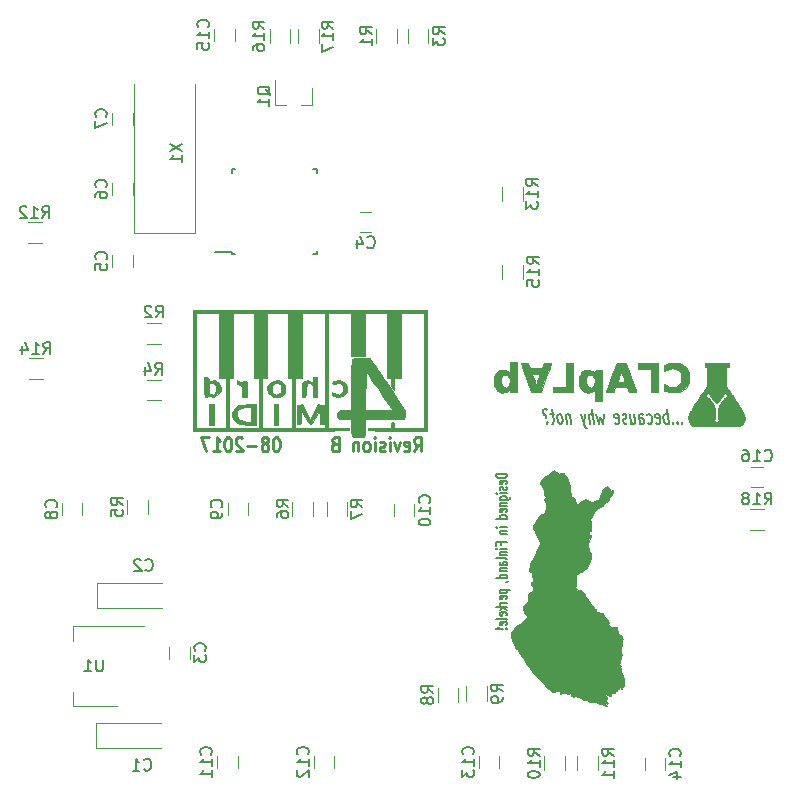
<source format=gbo>
G04 #@! TF.FileFunction,Legend,Bot*
%FSLAX46Y46*%
G04 Gerber Fmt 4.6, Leading zero omitted, Abs format (unit mm)*
G04 Created by KiCad (PCBNEW 4.0.7-e1-6374~58~ubuntu16.04.1) date Thu Aug 10 00:10:15 2017*
%MOMM*%
%LPD*%
G01*
G04 APERTURE LIST*
%ADD10C,0.100000*%
%ADD11C,0.150000*%
%ADD12C,0.200000*%
%ADD13C,0.250000*%
%ADD14C,0.120000*%
%ADD15C,0.001800*%
%ADD16C,0.010000*%
G04 APERTURE END LIST*
D10*
D11*
X158776143Y-109743857D02*
X157876143Y-109743857D01*
X157876143Y-109886714D01*
X157919000Y-109972429D01*
X158004714Y-110029571D01*
X158090429Y-110058143D01*
X158261857Y-110086714D01*
X158390429Y-110086714D01*
X158561857Y-110058143D01*
X158647571Y-110029571D01*
X158733286Y-109972429D01*
X158776143Y-109886714D01*
X158776143Y-109743857D01*
X158733286Y-110572429D02*
X158776143Y-110515286D01*
X158776143Y-110401000D01*
X158733286Y-110343857D01*
X158647571Y-110315286D01*
X158304714Y-110315286D01*
X158219000Y-110343857D01*
X158176143Y-110401000D01*
X158176143Y-110515286D01*
X158219000Y-110572429D01*
X158304714Y-110601000D01*
X158390429Y-110601000D01*
X158476143Y-110315286D01*
X158733286Y-110829572D02*
X158776143Y-110886715D01*
X158776143Y-111001000D01*
X158733286Y-111058143D01*
X158647571Y-111086715D01*
X158604714Y-111086715D01*
X158519000Y-111058143D01*
X158476143Y-111001000D01*
X158476143Y-110915286D01*
X158433286Y-110858143D01*
X158347571Y-110829572D01*
X158304714Y-110829572D01*
X158219000Y-110858143D01*
X158176143Y-110915286D01*
X158176143Y-111001000D01*
X158219000Y-111058143D01*
X158776143Y-111343857D02*
X158176143Y-111343857D01*
X157876143Y-111343857D02*
X157919000Y-111315286D01*
X157961857Y-111343857D01*
X157919000Y-111372429D01*
X157876143Y-111343857D01*
X157961857Y-111343857D01*
X158176143Y-111886714D02*
X158904714Y-111886714D01*
X158990429Y-111858143D01*
X159033286Y-111829571D01*
X159076143Y-111772428D01*
X159076143Y-111686714D01*
X159033286Y-111629571D01*
X158733286Y-111886714D02*
X158776143Y-111829571D01*
X158776143Y-111715285D01*
X158733286Y-111658143D01*
X158690429Y-111629571D01*
X158604714Y-111601000D01*
X158347571Y-111601000D01*
X158261857Y-111629571D01*
X158219000Y-111658143D01*
X158176143Y-111715285D01*
X158176143Y-111829571D01*
X158219000Y-111886714D01*
X158176143Y-112172428D02*
X158776143Y-112172428D01*
X158261857Y-112172428D02*
X158219000Y-112201000D01*
X158176143Y-112258142D01*
X158176143Y-112343857D01*
X158219000Y-112401000D01*
X158304714Y-112429571D01*
X158776143Y-112429571D01*
X158733286Y-112943857D02*
X158776143Y-112886714D01*
X158776143Y-112772428D01*
X158733286Y-112715285D01*
X158647571Y-112686714D01*
X158304714Y-112686714D01*
X158219000Y-112715285D01*
X158176143Y-112772428D01*
X158176143Y-112886714D01*
X158219000Y-112943857D01*
X158304714Y-112972428D01*
X158390429Y-112972428D01*
X158476143Y-112686714D01*
X158776143Y-113486714D02*
X157876143Y-113486714D01*
X158733286Y-113486714D02*
X158776143Y-113429571D01*
X158776143Y-113315285D01*
X158733286Y-113258143D01*
X158690429Y-113229571D01*
X158604714Y-113201000D01*
X158347571Y-113201000D01*
X158261857Y-113229571D01*
X158219000Y-113258143D01*
X158176143Y-113315285D01*
X158176143Y-113429571D01*
X158219000Y-113486714D01*
X158776143Y-114229571D02*
X158176143Y-114229571D01*
X157876143Y-114229571D02*
X157919000Y-114201000D01*
X157961857Y-114229571D01*
X157919000Y-114258143D01*
X157876143Y-114229571D01*
X157961857Y-114229571D01*
X158176143Y-114515285D02*
X158776143Y-114515285D01*
X158261857Y-114515285D02*
X158219000Y-114543857D01*
X158176143Y-114600999D01*
X158176143Y-114686714D01*
X158219000Y-114743857D01*
X158304714Y-114772428D01*
X158776143Y-114772428D01*
X158304714Y-115715285D02*
X158304714Y-115515285D01*
X158776143Y-115515285D02*
X157876143Y-115515285D01*
X157876143Y-115800999D01*
X158776143Y-116029571D02*
X158176143Y-116029571D01*
X157876143Y-116029571D02*
X157919000Y-116001000D01*
X157961857Y-116029571D01*
X157919000Y-116058143D01*
X157876143Y-116029571D01*
X157961857Y-116029571D01*
X158176143Y-116315285D02*
X158776143Y-116315285D01*
X158261857Y-116315285D02*
X158219000Y-116343857D01*
X158176143Y-116400999D01*
X158176143Y-116486714D01*
X158219000Y-116543857D01*
X158304714Y-116572428D01*
X158776143Y-116572428D01*
X158776143Y-116943856D02*
X158733286Y-116886714D01*
X158647571Y-116858142D01*
X157876143Y-116858142D01*
X158776143Y-117429571D02*
X158304714Y-117429571D01*
X158219000Y-117401000D01*
X158176143Y-117343857D01*
X158176143Y-117229571D01*
X158219000Y-117172428D01*
X158733286Y-117429571D02*
X158776143Y-117372428D01*
X158776143Y-117229571D01*
X158733286Y-117172428D01*
X158647571Y-117143857D01*
X158561857Y-117143857D01*
X158476143Y-117172428D01*
X158433286Y-117229571D01*
X158433286Y-117372428D01*
X158390429Y-117429571D01*
X158176143Y-117715285D02*
X158776143Y-117715285D01*
X158261857Y-117715285D02*
X158219000Y-117743857D01*
X158176143Y-117800999D01*
X158176143Y-117886714D01*
X158219000Y-117943857D01*
X158304714Y-117972428D01*
X158776143Y-117972428D01*
X158776143Y-118515285D02*
X157876143Y-118515285D01*
X158733286Y-118515285D02*
X158776143Y-118458142D01*
X158776143Y-118343856D01*
X158733286Y-118286714D01*
X158690429Y-118258142D01*
X158604714Y-118229571D01*
X158347571Y-118229571D01*
X158261857Y-118258142D01*
X158219000Y-118286714D01*
X158176143Y-118343856D01*
X158176143Y-118458142D01*
X158219000Y-118515285D01*
X158733286Y-118829571D02*
X158776143Y-118829571D01*
X158861857Y-118800999D01*
X158904714Y-118772428D01*
X158176143Y-119543856D02*
X159076143Y-119543856D01*
X158219000Y-119543856D02*
X158176143Y-119600999D01*
X158176143Y-119715285D01*
X158219000Y-119772428D01*
X158261857Y-119800999D01*
X158347571Y-119829570D01*
X158604714Y-119829570D01*
X158690429Y-119800999D01*
X158733286Y-119772428D01*
X158776143Y-119715285D01*
X158776143Y-119600999D01*
X158733286Y-119543856D01*
X158733286Y-120315285D02*
X158776143Y-120258142D01*
X158776143Y-120143856D01*
X158733286Y-120086713D01*
X158647571Y-120058142D01*
X158304714Y-120058142D01*
X158219000Y-120086713D01*
X158176143Y-120143856D01*
X158176143Y-120258142D01*
X158219000Y-120315285D01*
X158304714Y-120343856D01*
X158390429Y-120343856D01*
X158476143Y-120058142D01*
X158776143Y-120600999D02*
X158176143Y-120600999D01*
X158347571Y-120600999D02*
X158261857Y-120629571D01*
X158219000Y-120658142D01*
X158176143Y-120715285D01*
X158176143Y-120772428D01*
X158776143Y-120972428D02*
X157876143Y-120972428D01*
X158433286Y-121029571D02*
X158776143Y-121201000D01*
X158176143Y-121201000D02*
X158519000Y-120972428D01*
X158733286Y-121686714D02*
X158776143Y-121629571D01*
X158776143Y-121515285D01*
X158733286Y-121458142D01*
X158647571Y-121429571D01*
X158304714Y-121429571D01*
X158219000Y-121458142D01*
X158176143Y-121515285D01*
X158176143Y-121629571D01*
X158219000Y-121686714D01*
X158304714Y-121715285D01*
X158390429Y-121715285D01*
X158476143Y-121429571D01*
X158776143Y-122058142D02*
X158733286Y-122001000D01*
X158647571Y-121972428D01*
X157876143Y-121972428D01*
X158733286Y-122515286D02*
X158776143Y-122458143D01*
X158776143Y-122343857D01*
X158733286Y-122286714D01*
X158647571Y-122258143D01*
X158304714Y-122258143D01*
X158219000Y-122286714D01*
X158176143Y-122343857D01*
X158176143Y-122458143D01*
X158219000Y-122515286D01*
X158304714Y-122543857D01*
X158390429Y-122543857D01*
X158476143Y-122258143D01*
X158690429Y-122801000D02*
X158733286Y-122829572D01*
X158776143Y-122801000D01*
X158733286Y-122772429D01*
X158690429Y-122801000D01*
X158776143Y-122801000D01*
X158433286Y-122801000D02*
X157919000Y-122772429D01*
X157876143Y-122801000D01*
X157919000Y-122829572D01*
X158433286Y-122801000D01*
X157876143Y-122801000D01*
D12*
X173605095Y-105330571D02*
X173574143Y-105387714D01*
X173619381Y-105444857D01*
X173650333Y-105387714D01*
X173605095Y-105330571D01*
X173619381Y-105444857D01*
X173224143Y-105330571D02*
X173193191Y-105387714D01*
X173238429Y-105444857D01*
X173269381Y-105387714D01*
X173224143Y-105330571D01*
X173238429Y-105444857D01*
X172843191Y-105330571D02*
X172812239Y-105387714D01*
X172857477Y-105444857D01*
X172888429Y-105387714D01*
X172843191Y-105330571D01*
X172857477Y-105444857D01*
X172476525Y-105444857D02*
X172326525Y-104244857D01*
X172383668Y-104702000D02*
X172300334Y-104644857D01*
X172147953Y-104644857D01*
X172078906Y-104702000D01*
X172047954Y-104759143D01*
X172024144Y-104873429D01*
X172067001Y-105216286D01*
X172119382Y-105330571D01*
X172164620Y-105387714D01*
X172247953Y-105444857D01*
X172400334Y-105444857D01*
X172469382Y-105387714D01*
X171440810Y-105387714D02*
X171524143Y-105444857D01*
X171676524Y-105444857D01*
X171745572Y-105387714D01*
X171769382Y-105273429D01*
X171712239Y-104816286D01*
X171659858Y-104702000D01*
X171576524Y-104644857D01*
X171424143Y-104644857D01*
X171355096Y-104702000D01*
X171331287Y-104816286D01*
X171345572Y-104930571D01*
X171740810Y-105044857D01*
X170717001Y-105387714D02*
X170800334Y-105444857D01*
X170952715Y-105444857D01*
X171021763Y-105387714D01*
X171052715Y-105330571D01*
X171076525Y-105216286D01*
X171033668Y-104873429D01*
X170981287Y-104759143D01*
X170936049Y-104702000D01*
X170852715Y-104644857D01*
X170700334Y-104644857D01*
X170631287Y-104702000D01*
X170038430Y-105444857D02*
X169959859Y-104816286D01*
X169983668Y-104702000D01*
X170052715Y-104644857D01*
X170205096Y-104644857D01*
X170288430Y-104702000D01*
X170031287Y-105387714D02*
X170114620Y-105444857D01*
X170305096Y-105444857D01*
X170374144Y-105387714D01*
X170397954Y-105273429D01*
X170383668Y-105159143D01*
X170331287Y-105044857D01*
X170247953Y-104987714D01*
X170057477Y-104987714D01*
X169974144Y-104930571D01*
X169214620Y-104644857D02*
X169314620Y-105444857D01*
X169557477Y-104644857D02*
X169636049Y-105273429D01*
X169612239Y-105387714D01*
X169543191Y-105444857D01*
X169428905Y-105444857D01*
X169345572Y-105387714D01*
X169300334Y-105330571D01*
X168964619Y-105387714D02*
X168895572Y-105444857D01*
X168743191Y-105444857D01*
X168659857Y-105387714D01*
X168607477Y-105273429D01*
X168600334Y-105216286D01*
X168624143Y-105102000D01*
X168693191Y-105044857D01*
X168807476Y-105044857D01*
X168876524Y-104987714D01*
X168900334Y-104873429D01*
X168893191Y-104816286D01*
X168840810Y-104702000D01*
X168757476Y-104644857D01*
X168643191Y-104644857D01*
X168574143Y-104702000D01*
X167974143Y-105387714D02*
X168057476Y-105444857D01*
X168209857Y-105444857D01*
X168278905Y-105387714D01*
X168302715Y-105273429D01*
X168245572Y-104816286D01*
X168193191Y-104702000D01*
X168109857Y-104644857D01*
X167957476Y-104644857D01*
X167888429Y-104702000D01*
X167864620Y-104816286D01*
X167878905Y-104930571D01*
X168274143Y-105044857D01*
X166967000Y-104644857D02*
X166914619Y-105444857D01*
X166690810Y-104873429D01*
X166609857Y-105444857D01*
X166357476Y-104644857D01*
X166152715Y-105444857D02*
X166002715Y-104244857D01*
X165809858Y-105444857D02*
X165731287Y-104816286D01*
X165755096Y-104702000D01*
X165824143Y-104644857D01*
X165938429Y-104644857D01*
X166021763Y-104702000D01*
X166067001Y-104759143D01*
X165405095Y-104644857D02*
X165314619Y-105444857D01*
X165024143Y-104644857D02*
X165314619Y-105444857D01*
X165426524Y-105730571D01*
X165471762Y-105787714D01*
X165555095Y-105844857D01*
X164109857Y-104644857D02*
X164209857Y-105444857D01*
X164124143Y-104759143D02*
X164078905Y-104702000D01*
X163995571Y-104644857D01*
X163881285Y-104644857D01*
X163812238Y-104702000D01*
X163788429Y-104816286D01*
X163867000Y-105444857D01*
X163371761Y-105444857D02*
X163440809Y-105387714D01*
X163471761Y-105330571D01*
X163495571Y-105216286D01*
X163452714Y-104873429D01*
X163400333Y-104759143D01*
X163355095Y-104702000D01*
X163271761Y-104644857D01*
X163157475Y-104644857D01*
X163088428Y-104702000D01*
X163057476Y-104759143D01*
X163033666Y-104873429D01*
X163076523Y-105216286D01*
X163128904Y-105330571D01*
X163174142Y-105387714D01*
X163257475Y-105444857D01*
X163371761Y-105444857D01*
X162776523Y-104644857D02*
X162471761Y-104644857D01*
X162612237Y-104244857D02*
X162740809Y-105273429D01*
X162716999Y-105387714D01*
X162647951Y-105444857D01*
X162571761Y-105444857D01*
X162176522Y-105330571D02*
X162145570Y-105387714D01*
X162190808Y-105444857D01*
X162221760Y-105387714D01*
X162176522Y-105330571D01*
X162190808Y-105444857D01*
X162200332Y-104302000D02*
X162116999Y-104244857D01*
X161926522Y-104244857D01*
X161857475Y-104302000D01*
X161833666Y-104416286D01*
X161847951Y-104530571D01*
X161900332Y-104644857D01*
X161945570Y-104702000D01*
X162028904Y-104759143D01*
X162074142Y-104816286D01*
X162126522Y-104930571D01*
X162133665Y-104987714D01*
D13*
X139297619Y-106592857D02*
X139202380Y-106592857D01*
X139107142Y-106650000D01*
X139059523Y-106707143D01*
X139011904Y-106821429D01*
X138964285Y-107050000D01*
X138964285Y-107335714D01*
X139011904Y-107564286D01*
X139059523Y-107678571D01*
X139107142Y-107735714D01*
X139202380Y-107792857D01*
X139297619Y-107792857D01*
X139392857Y-107735714D01*
X139440476Y-107678571D01*
X139488095Y-107564286D01*
X139535714Y-107335714D01*
X139535714Y-107050000D01*
X139488095Y-106821429D01*
X139440476Y-106707143D01*
X139392857Y-106650000D01*
X139297619Y-106592857D01*
X138392857Y-107107143D02*
X138488095Y-107050000D01*
X138535714Y-106992857D01*
X138583333Y-106878571D01*
X138583333Y-106821429D01*
X138535714Y-106707143D01*
X138488095Y-106650000D01*
X138392857Y-106592857D01*
X138202380Y-106592857D01*
X138107142Y-106650000D01*
X138059523Y-106707143D01*
X138011904Y-106821429D01*
X138011904Y-106878571D01*
X138059523Y-106992857D01*
X138107142Y-107050000D01*
X138202380Y-107107143D01*
X138392857Y-107107143D01*
X138488095Y-107164286D01*
X138535714Y-107221429D01*
X138583333Y-107335714D01*
X138583333Y-107564286D01*
X138535714Y-107678571D01*
X138488095Y-107735714D01*
X138392857Y-107792857D01*
X138202380Y-107792857D01*
X138107142Y-107735714D01*
X138059523Y-107678571D01*
X138011904Y-107564286D01*
X138011904Y-107335714D01*
X138059523Y-107221429D01*
X138107142Y-107164286D01*
X138202380Y-107107143D01*
X137583333Y-107335714D02*
X136821428Y-107335714D01*
X136392857Y-106707143D02*
X136345238Y-106650000D01*
X136250000Y-106592857D01*
X136011904Y-106592857D01*
X135916666Y-106650000D01*
X135869047Y-106707143D01*
X135821428Y-106821429D01*
X135821428Y-106935714D01*
X135869047Y-107107143D01*
X136440476Y-107792857D01*
X135821428Y-107792857D01*
X135202381Y-106592857D02*
X135107142Y-106592857D01*
X135011904Y-106650000D01*
X134964285Y-106707143D01*
X134916666Y-106821429D01*
X134869047Y-107050000D01*
X134869047Y-107335714D01*
X134916666Y-107564286D01*
X134964285Y-107678571D01*
X135011904Y-107735714D01*
X135107142Y-107792857D01*
X135202381Y-107792857D01*
X135297619Y-107735714D01*
X135345238Y-107678571D01*
X135392857Y-107564286D01*
X135440476Y-107335714D01*
X135440476Y-107050000D01*
X135392857Y-106821429D01*
X135345238Y-106707143D01*
X135297619Y-106650000D01*
X135202381Y-106592857D01*
X133916666Y-107792857D02*
X134488095Y-107792857D01*
X134202381Y-107792857D02*
X134202381Y-106592857D01*
X134297619Y-106764286D01*
X134392857Y-106878571D01*
X134488095Y-106935714D01*
X133583333Y-106592857D02*
X132916666Y-106592857D01*
X133345238Y-107792857D01*
X150916666Y-107792857D02*
X151250000Y-107221429D01*
X151488095Y-107792857D02*
X151488095Y-106592857D01*
X151107142Y-106592857D01*
X151011904Y-106650000D01*
X150964285Y-106707143D01*
X150916666Y-106821429D01*
X150916666Y-106992857D01*
X150964285Y-107107143D01*
X151011904Y-107164286D01*
X151107142Y-107221429D01*
X151488095Y-107221429D01*
X150107142Y-107735714D02*
X150202380Y-107792857D01*
X150392857Y-107792857D01*
X150488095Y-107735714D01*
X150535714Y-107621429D01*
X150535714Y-107164286D01*
X150488095Y-107050000D01*
X150392857Y-106992857D01*
X150202380Y-106992857D01*
X150107142Y-107050000D01*
X150059523Y-107164286D01*
X150059523Y-107278571D01*
X150535714Y-107392857D01*
X149726190Y-106992857D02*
X149488095Y-107792857D01*
X149249999Y-106992857D01*
X148869047Y-107792857D02*
X148869047Y-106992857D01*
X148869047Y-106592857D02*
X148916666Y-106650000D01*
X148869047Y-106707143D01*
X148821428Y-106650000D01*
X148869047Y-106592857D01*
X148869047Y-106707143D01*
X148440476Y-107735714D02*
X148345238Y-107792857D01*
X148154762Y-107792857D01*
X148059523Y-107735714D01*
X148011904Y-107621429D01*
X148011904Y-107564286D01*
X148059523Y-107450000D01*
X148154762Y-107392857D01*
X148297619Y-107392857D01*
X148392857Y-107335714D01*
X148440476Y-107221429D01*
X148440476Y-107164286D01*
X148392857Y-107050000D01*
X148297619Y-106992857D01*
X148154762Y-106992857D01*
X148059523Y-107050000D01*
X147583333Y-107792857D02*
X147583333Y-106992857D01*
X147583333Y-106592857D02*
X147630952Y-106650000D01*
X147583333Y-106707143D01*
X147535714Y-106650000D01*
X147583333Y-106592857D01*
X147583333Y-106707143D01*
X146964286Y-107792857D02*
X147059524Y-107735714D01*
X147107143Y-107678571D01*
X147154762Y-107564286D01*
X147154762Y-107221429D01*
X147107143Y-107107143D01*
X147059524Y-107050000D01*
X146964286Y-106992857D01*
X146821428Y-106992857D01*
X146726190Y-107050000D01*
X146678571Y-107107143D01*
X146630952Y-107221429D01*
X146630952Y-107564286D01*
X146678571Y-107678571D01*
X146726190Y-107735714D01*
X146821428Y-107792857D01*
X146964286Y-107792857D01*
X146202381Y-106992857D02*
X146202381Y-107792857D01*
X146202381Y-107107143D02*
X146154762Y-107050000D01*
X146059524Y-106992857D01*
X145916666Y-106992857D01*
X145821428Y-107050000D01*
X145773809Y-107164286D01*
X145773809Y-107792857D01*
X144202380Y-107164286D02*
X144059523Y-107221429D01*
X144011904Y-107278571D01*
X143964285Y-107392857D01*
X143964285Y-107564286D01*
X144011904Y-107678571D01*
X144059523Y-107735714D01*
X144154761Y-107792857D01*
X144535714Y-107792857D01*
X144535714Y-106592857D01*
X144202380Y-106592857D01*
X144107142Y-106650000D01*
X144059523Y-106707143D01*
X144011904Y-106821429D01*
X144011904Y-106935714D01*
X144059523Y-107050000D01*
X144107142Y-107107143D01*
X144202380Y-107164286D01*
X144535714Y-107164286D01*
D14*
X131914000Y-124341000D02*
X131914000Y-125341000D01*
X130214000Y-125341000D02*
X130214000Y-124341000D01*
X146312000Y-87542000D02*
X147312000Y-87542000D01*
X147312000Y-89242000D02*
X146312000Y-89242000D01*
X125388000Y-92194000D02*
X125388000Y-91194000D01*
X127088000Y-91194000D02*
X127088000Y-92194000D01*
X127088000Y-85098000D02*
X127088000Y-86098000D01*
X125388000Y-86098000D02*
X125388000Y-85098000D01*
X125388000Y-80129000D02*
X125388000Y-79129000D01*
X127088000Y-79129000D02*
X127088000Y-80129000D01*
X122850000Y-112200000D02*
X122850000Y-113200000D01*
X121150000Y-113200000D02*
X121150000Y-112200000D01*
X136850000Y-112200000D02*
X136850000Y-113200000D01*
X135150000Y-113200000D02*
X135150000Y-112200000D01*
X150950000Y-112300000D02*
X150950000Y-113300000D01*
X149250000Y-113300000D02*
X149250000Y-112300000D01*
X134278000Y-134612000D02*
X134278000Y-133612000D01*
X135978000Y-133612000D02*
X135978000Y-134612000D01*
X144150000Y-133600000D02*
X144150000Y-134600000D01*
X142450000Y-134600000D02*
X142450000Y-133600000D01*
X158150000Y-133600000D02*
X158150000Y-134600000D01*
X156450000Y-134600000D02*
X156450000Y-133600000D01*
X172173000Y-133739000D02*
X172173000Y-134739000D01*
X170473000Y-134739000D02*
X170473000Y-133739000D01*
X134024000Y-73017000D02*
X134024000Y-72017000D01*
X135724000Y-72017000D02*
X135724000Y-73017000D01*
D11*
X135475000Y-91125000D02*
X135475000Y-90900000D01*
X142725000Y-91125000D02*
X142725000Y-90800000D01*
X142725000Y-83875000D02*
X142725000Y-84200000D01*
X135475000Y-83875000D02*
X135475000Y-84200000D01*
X135475000Y-91125000D02*
X135800000Y-91125000D01*
X135475000Y-83875000D02*
X135800000Y-83875000D01*
X142725000Y-83875000D02*
X142400000Y-83875000D01*
X142725000Y-91125000D02*
X142400000Y-91125000D01*
X135475000Y-90900000D02*
X134050000Y-90900000D01*
D14*
X142296000Y-78484000D02*
X141366000Y-78484000D01*
X139136000Y-78484000D02*
X140066000Y-78484000D01*
X139136000Y-78484000D02*
X139136000Y-76324000D01*
X142296000Y-78484000D02*
X142296000Y-77024000D01*
X149470000Y-73244000D02*
X149470000Y-72044000D01*
X147710000Y-72044000D02*
X147710000Y-73244000D01*
X129500000Y-96920000D02*
X128300000Y-96920000D01*
X128300000Y-98680000D02*
X129500000Y-98680000D01*
X152137000Y-73244000D02*
X152137000Y-72044000D01*
X150377000Y-72044000D02*
X150377000Y-73244000D01*
X129500000Y-101720000D02*
X128300000Y-101720000D01*
X128300000Y-103480000D02*
X129500000Y-103480000D01*
X128388000Y-113122000D02*
X128388000Y-111922000D01*
X126628000Y-111922000D02*
X126628000Y-113122000D01*
X142358000Y-113249000D02*
X142358000Y-112049000D01*
X140598000Y-112049000D02*
X140598000Y-113249000D01*
X145280000Y-113300000D02*
X145280000Y-112100000D01*
X143520000Y-112100000D02*
X143520000Y-113300000D01*
X154680000Y-129000000D02*
X154680000Y-127800000D01*
X152920000Y-127800000D02*
X152920000Y-129000000D01*
X157080000Y-128900000D02*
X157080000Y-127700000D01*
X155320000Y-127700000D02*
X155320000Y-128900000D01*
X163680000Y-134800000D02*
X163680000Y-133600000D01*
X161920000Y-133600000D02*
X161920000Y-134800000D01*
X166480000Y-134800000D02*
X166480000Y-133600000D01*
X164720000Y-133600000D02*
X164720000Y-134800000D01*
X118200000Y-90180000D02*
X119400000Y-90180000D01*
X119400000Y-88420000D02*
X118200000Y-88420000D01*
X158378000Y-85379000D02*
X158378000Y-86579000D01*
X160138000Y-86579000D02*
X160138000Y-85379000D01*
X118300000Y-101680000D02*
X119500000Y-101680000D01*
X119500000Y-99920000D02*
X118300000Y-99920000D01*
X160138000Y-93183000D02*
X160138000Y-91983000D01*
X158378000Y-91983000D02*
X158378000Y-93183000D01*
X138693000Y-72044000D02*
X138693000Y-73244000D01*
X140453000Y-73244000D02*
X140453000Y-72044000D01*
X142866000Y-73244000D02*
X142866000Y-72044000D01*
X141106000Y-72044000D02*
X141106000Y-73244000D01*
X122042000Y-129394000D02*
X122042000Y-128134000D01*
X122042000Y-122574000D02*
X122042000Y-123834000D01*
X125802000Y-129394000D02*
X122042000Y-129394000D01*
X128052000Y-122574000D02*
X122042000Y-122574000D01*
X123989000Y-132876000D02*
X129489000Y-132876000D01*
X123989000Y-130776000D02*
X129489000Y-130776000D01*
X123989000Y-132876000D02*
X123989000Y-130776000D01*
X124116000Y-121065000D02*
X129616000Y-121065000D01*
X124116000Y-118965000D02*
X129616000Y-118965000D01*
X124116000Y-121065000D02*
X124116000Y-118965000D01*
X132350000Y-76700000D02*
X132350000Y-89300000D01*
X132350000Y-89300000D02*
X127250000Y-89300000D01*
X127250000Y-89300000D02*
X127250000Y-76700000D01*
X180459000Y-110832000D02*
X179459000Y-110832000D01*
X179459000Y-109132000D02*
X180459000Y-109132000D01*
X179359000Y-114418000D02*
X180559000Y-114418000D01*
X180559000Y-112658000D02*
X179359000Y-112658000D01*
D15*
G36*
X146345888Y-99887545D02*
X146081934Y-99898913D01*
X145860927Y-99918248D01*
X145716083Y-99944934D01*
X145681700Y-99961700D01*
X145659433Y-100020926D01*
X145641463Y-100155429D01*
X145627488Y-100373995D01*
X145617207Y-100685408D01*
X145610319Y-101098454D01*
X145606523Y-101621916D01*
X145605500Y-102184200D01*
X145605500Y-104330500D01*
X145078450Y-104330500D01*
X144775632Y-104338144D01*
X144577797Y-104369119D01*
X144463429Y-104435490D01*
X144411012Y-104549322D01*
X144399000Y-104711500D01*
X144412632Y-104881304D01*
X144467870Y-104992240D01*
X144586232Y-105056372D01*
X144789233Y-105085764D01*
X145078450Y-105092500D01*
X145605500Y-105092500D01*
X145605500Y-105788766D01*
X145608922Y-106125791D01*
X145629425Y-106356125D01*
X145682367Y-106500063D01*
X145783104Y-106577902D01*
X145946994Y-106609937D01*
X146189392Y-106616466D01*
X146231790Y-106616500D01*
X146509113Y-106598787D01*
X146677830Y-106543762D01*
X146712214Y-106516714D01*
X146759981Y-106439398D01*
X146790502Y-106306764D01*
X146806820Y-106095575D01*
X146811978Y-105782591D01*
X146812000Y-105754714D01*
X146812000Y-105092500D01*
X148418550Y-105092500D01*
X148963196Y-105090537D01*
X149390150Y-105084368D01*
X149708664Y-105073573D01*
X149927991Y-105057736D01*
X150057383Y-105036435D01*
X150101300Y-105016300D01*
X150145435Y-104912049D01*
X150172942Y-104731372D01*
X150177500Y-104617007D01*
X150175731Y-104534668D01*
X150166118Y-104455159D01*
X150142202Y-104367589D01*
X150126646Y-104330500D01*
X149104101Y-104330500D01*
X146812000Y-104330500D01*
X146812000Y-102666800D01*
X146814024Y-102198505D01*
X146819789Y-101793303D01*
X146828831Y-101464485D01*
X146840689Y-101225343D01*
X146854900Y-101089166D01*
X146867779Y-101063425D01*
X146917483Y-101130631D01*
X147028151Y-101288166D01*
X147189545Y-101521195D01*
X147391427Y-101814884D01*
X147623559Y-102154399D01*
X147829746Y-102457250D01*
X148088337Y-102837739D01*
X148333275Y-103198066D01*
X148552337Y-103520253D01*
X148733295Y-103786319D01*
X148863924Y-103978285D01*
X148920018Y-104060625D01*
X149104101Y-104330500D01*
X150126646Y-104330500D01*
X150097524Y-104261069D01*
X150025624Y-104124710D01*
X149920045Y-103947621D01*
X149774326Y-103718912D01*
X149582009Y-103427694D01*
X149336635Y-103063077D01*
X149031744Y-102614171D01*
X148706739Y-102137332D01*
X148387529Y-101670566D01*
X148088841Y-101236289D01*
X147818575Y-100845804D01*
X147584630Y-100510414D01*
X147394907Y-100241423D01*
X147257306Y-100050134D01*
X147179726Y-99947849D01*
X147166864Y-99934097D01*
X147063278Y-99907421D01*
X146869776Y-99891181D01*
X146619574Y-99884762D01*
X146345888Y-99887545D01*
X146345888Y-99887545D01*
G37*
X146345888Y-99887545D02*
X146081934Y-99898913D01*
X145860927Y-99918248D01*
X145716083Y-99944934D01*
X145681700Y-99961700D01*
X145659433Y-100020926D01*
X145641463Y-100155429D01*
X145627488Y-100373995D01*
X145617207Y-100685408D01*
X145610319Y-101098454D01*
X145606523Y-101621916D01*
X145605500Y-102184200D01*
X145605500Y-104330500D01*
X145078450Y-104330500D01*
X144775632Y-104338144D01*
X144577797Y-104369119D01*
X144463429Y-104435490D01*
X144411012Y-104549322D01*
X144399000Y-104711500D01*
X144412632Y-104881304D01*
X144467870Y-104992240D01*
X144586232Y-105056372D01*
X144789233Y-105085764D01*
X145078450Y-105092500D01*
X145605500Y-105092500D01*
X145605500Y-105788766D01*
X145608922Y-106125791D01*
X145629425Y-106356125D01*
X145682367Y-106500063D01*
X145783104Y-106577902D01*
X145946994Y-106609937D01*
X146189392Y-106616466D01*
X146231790Y-106616500D01*
X146509113Y-106598787D01*
X146677830Y-106543762D01*
X146712214Y-106516714D01*
X146759981Y-106439398D01*
X146790502Y-106306764D01*
X146806820Y-106095575D01*
X146811978Y-105782591D01*
X146812000Y-105754714D01*
X146812000Y-105092500D01*
X148418550Y-105092500D01*
X148963196Y-105090537D01*
X149390150Y-105084368D01*
X149708664Y-105073573D01*
X149927991Y-105057736D01*
X150057383Y-105036435D01*
X150101300Y-105016300D01*
X150145435Y-104912049D01*
X150172942Y-104731372D01*
X150177500Y-104617007D01*
X150175731Y-104534668D01*
X150166118Y-104455159D01*
X150142202Y-104367589D01*
X150126646Y-104330500D01*
X149104101Y-104330500D01*
X146812000Y-104330500D01*
X146812000Y-102666800D01*
X146814024Y-102198505D01*
X146819789Y-101793303D01*
X146828831Y-101464485D01*
X146840689Y-101225343D01*
X146854900Y-101089166D01*
X146867779Y-101063425D01*
X146917483Y-101130631D01*
X147028151Y-101288166D01*
X147189545Y-101521195D01*
X147391427Y-101814884D01*
X147623559Y-102154399D01*
X147829746Y-102457250D01*
X148088337Y-102837739D01*
X148333275Y-103198066D01*
X148552337Y-103520253D01*
X148733295Y-103786319D01*
X148863924Y-103978285D01*
X148920018Y-104060625D01*
X149104101Y-104330500D01*
X150126646Y-104330500D01*
X150097524Y-104261069D01*
X150025624Y-104124710D01*
X149920045Y-103947621D01*
X149774326Y-103718912D01*
X149582009Y-103427694D01*
X149336635Y-103063077D01*
X149031744Y-102614171D01*
X148706739Y-102137332D01*
X148387529Y-101670566D01*
X148088841Y-101236289D01*
X147818575Y-100845804D01*
X147584630Y-100510414D01*
X147394907Y-100241423D01*
X147257306Y-100050134D01*
X147179726Y-99947849D01*
X147166864Y-99934097D01*
X147063278Y-99907421D01*
X146869776Y-99891181D01*
X146619574Y-99884762D01*
X146345888Y-99887545D01*
G36*
X132207000Y-106045000D02*
X138811000Y-106045000D01*
X139870355Y-106044969D01*
X140809900Y-106044784D01*
X141636824Y-106044306D01*
X142358316Y-106043398D01*
X142981566Y-106041921D01*
X143513764Y-106039737D01*
X143962099Y-106036708D01*
X144333760Y-106032694D01*
X144635938Y-106027559D01*
X144875821Y-106021164D01*
X145060599Y-106013370D01*
X145197461Y-106004039D01*
X145293598Y-105993034D01*
X145356199Y-105980215D01*
X145392452Y-105965445D01*
X145409548Y-105948585D01*
X145414676Y-105929497D01*
X145415000Y-105918000D01*
X145408405Y-105867744D01*
X145375609Y-105832842D01*
X145297096Y-105810507D01*
X145153347Y-105797949D01*
X144924846Y-105792381D01*
X144592077Y-105791015D01*
X144526000Y-105791000D01*
X143637000Y-105791000D01*
X143637000Y-96075500D01*
X143383000Y-96075500D01*
X143383000Y-105791000D01*
X140843000Y-105791000D01*
X140843000Y-101600000D01*
X140589000Y-101600000D01*
X140589000Y-105791000D01*
X138049000Y-105791000D01*
X138049000Y-101600000D01*
X137795000Y-101600000D01*
X137795000Y-105791000D01*
X135255000Y-105791000D01*
X135255000Y-101600000D01*
X135001000Y-101600000D01*
X135001000Y-105791000D01*
X132461000Y-105791000D01*
X132461000Y-96075500D01*
X134429500Y-96075500D01*
X134429500Y-101600000D01*
X135001000Y-101600000D01*
X135255000Y-101600000D01*
X135572500Y-101600000D01*
X135572500Y-96075500D01*
X137350500Y-96075500D01*
X137350500Y-101600000D01*
X137795000Y-101600000D01*
X138049000Y-101600000D01*
X138493500Y-101600000D01*
X138493500Y-96075500D01*
X140271500Y-96075500D01*
X140271500Y-101600000D01*
X140589000Y-101600000D01*
X140843000Y-101600000D01*
X141414500Y-101600000D01*
X141414500Y-96075500D01*
X143383000Y-96075500D01*
X143637000Y-96075500D01*
X145605500Y-96075500D01*
X145605500Y-99695000D01*
X146748500Y-99695000D01*
X146748500Y-96075500D01*
X148653500Y-96075500D01*
X148653500Y-101600000D01*
X148812250Y-101600000D01*
X148903866Y-101609316D01*
X148951150Y-101658179D01*
X148968655Y-101777967D01*
X148971000Y-101942215D01*
X148991664Y-102205116D01*
X149060163Y-102385314D01*
X149095887Y-102434340D01*
X149220775Y-102584250D01*
X149222888Y-102092125D01*
X149225000Y-101600000D01*
X149796500Y-101600000D01*
X149796500Y-96075500D01*
X151765000Y-96075500D01*
X151765000Y-105791000D01*
X149225000Y-105791000D01*
X149225000Y-105537000D01*
X149214350Y-105370824D01*
X149171304Y-105297381D01*
X149098000Y-105283000D01*
X149014912Y-105304300D01*
X148978190Y-105390392D01*
X148971000Y-105537000D01*
X148971000Y-105791000D01*
X147986750Y-105791000D01*
X147613709Y-105791785D01*
X147349101Y-105795736D01*
X147174364Y-105805249D01*
X147070934Y-105822719D01*
X147020247Y-105850541D01*
X147003739Y-105891112D01*
X147002500Y-105918000D01*
X147005553Y-105949888D01*
X147022485Y-105975936D01*
X147064959Y-105996735D01*
X147144634Y-106012875D01*
X147273173Y-106024946D01*
X147462238Y-106033539D01*
X147723488Y-106039244D01*
X148068586Y-106042652D01*
X148509193Y-106044354D01*
X149056971Y-106044939D01*
X149510750Y-106045000D01*
X152019000Y-106045000D01*
X152019000Y-95821500D01*
X132207000Y-95821500D01*
X132207000Y-106045000D01*
X132207000Y-106045000D01*
G37*
X132207000Y-106045000D02*
X138811000Y-106045000D01*
X139870355Y-106044969D01*
X140809900Y-106044784D01*
X141636824Y-106044306D01*
X142358316Y-106043398D01*
X142981566Y-106041921D01*
X143513764Y-106039737D01*
X143962099Y-106036708D01*
X144333760Y-106032694D01*
X144635938Y-106027559D01*
X144875821Y-106021164D01*
X145060599Y-106013370D01*
X145197461Y-106004039D01*
X145293598Y-105993034D01*
X145356199Y-105980215D01*
X145392452Y-105965445D01*
X145409548Y-105948585D01*
X145414676Y-105929497D01*
X145415000Y-105918000D01*
X145408405Y-105867744D01*
X145375609Y-105832842D01*
X145297096Y-105810507D01*
X145153347Y-105797949D01*
X144924846Y-105792381D01*
X144592077Y-105791015D01*
X144526000Y-105791000D01*
X143637000Y-105791000D01*
X143637000Y-96075500D01*
X143383000Y-96075500D01*
X143383000Y-105791000D01*
X140843000Y-105791000D01*
X140843000Y-101600000D01*
X140589000Y-101600000D01*
X140589000Y-105791000D01*
X138049000Y-105791000D01*
X138049000Y-101600000D01*
X137795000Y-101600000D01*
X137795000Y-105791000D01*
X135255000Y-105791000D01*
X135255000Y-101600000D01*
X135001000Y-101600000D01*
X135001000Y-105791000D01*
X132461000Y-105791000D01*
X132461000Y-96075500D01*
X134429500Y-96075500D01*
X134429500Y-101600000D01*
X135001000Y-101600000D01*
X135255000Y-101600000D01*
X135572500Y-101600000D01*
X135572500Y-96075500D01*
X137350500Y-96075500D01*
X137350500Y-101600000D01*
X137795000Y-101600000D01*
X138049000Y-101600000D01*
X138493500Y-101600000D01*
X138493500Y-96075500D01*
X140271500Y-96075500D01*
X140271500Y-101600000D01*
X140589000Y-101600000D01*
X140843000Y-101600000D01*
X141414500Y-101600000D01*
X141414500Y-96075500D01*
X143383000Y-96075500D01*
X143637000Y-96075500D01*
X145605500Y-96075500D01*
X145605500Y-99695000D01*
X146748500Y-99695000D01*
X146748500Y-96075500D01*
X148653500Y-96075500D01*
X148653500Y-101600000D01*
X148812250Y-101600000D01*
X148903866Y-101609316D01*
X148951150Y-101658179D01*
X148968655Y-101777967D01*
X148971000Y-101942215D01*
X148991664Y-102205116D01*
X149060163Y-102385314D01*
X149095887Y-102434340D01*
X149220775Y-102584250D01*
X149222888Y-102092125D01*
X149225000Y-101600000D01*
X149796500Y-101600000D01*
X149796500Y-96075500D01*
X151765000Y-96075500D01*
X151765000Y-105791000D01*
X149225000Y-105791000D01*
X149225000Y-105537000D01*
X149214350Y-105370824D01*
X149171304Y-105297381D01*
X149098000Y-105283000D01*
X149014912Y-105304300D01*
X148978190Y-105390392D01*
X148971000Y-105537000D01*
X148971000Y-105791000D01*
X147986750Y-105791000D01*
X147613709Y-105791785D01*
X147349101Y-105795736D01*
X147174364Y-105805249D01*
X147070934Y-105822719D01*
X147020247Y-105850541D01*
X147003739Y-105891112D01*
X147002500Y-105918000D01*
X147005553Y-105949888D01*
X147022485Y-105975936D01*
X147064959Y-105996735D01*
X147144634Y-106012875D01*
X147273173Y-106024946D01*
X147462238Y-106033539D01*
X147723488Y-106039244D01*
X148068586Y-106042652D01*
X148509193Y-106044354D01*
X149056971Y-106044939D01*
X149510750Y-106045000D01*
X152019000Y-106045000D01*
X152019000Y-95821500D01*
X132207000Y-95821500D01*
X132207000Y-106045000D01*
G36*
X144247563Y-101809962D02*
X144089166Y-101867887D01*
X144022526Y-101972381D01*
X144018000Y-102021787D01*
X144025415Y-102121873D01*
X144071127Y-102139641D01*
X144190336Y-102085630D01*
X144205347Y-102077881D01*
X144449734Y-101991033D01*
X144647603Y-102014295D01*
X144780000Y-102108000D01*
X144879476Y-102277155D01*
X144906969Y-102484182D01*
X144871393Y-102693743D01*
X144781665Y-102870499D01*
X144646700Y-102979112D01*
X144555711Y-102997000D01*
X144435745Y-102973526D01*
X144264785Y-102915658D01*
X144230456Y-102901750D01*
X144063221Y-102833690D01*
X143982392Y-102816040D01*
X143956595Y-102851701D01*
X143954500Y-102927288D01*
X144010741Y-103045446D01*
X144157896Y-103128604D01*
X144363613Y-103172335D01*
X144595540Y-103172207D01*
X144821326Y-103123793D01*
X144950572Y-103063661D01*
X145169855Y-102879525D01*
X145274880Y-102656875D01*
X145288000Y-102521771D01*
X145229778Y-102244706D01*
X145070982Y-102015744D01*
X144835424Y-101857335D01*
X144546909Y-101791922D01*
X144513278Y-101791367D01*
X144247563Y-101809962D01*
X144247563Y-101809962D01*
G37*
X144247563Y-101809962D02*
X144089166Y-101867887D01*
X144022526Y-101972381D01*
X144018000Y-102021787D01*
X144025415Y-102121873D01*
X144071127Y-102139641D01*
X144190336Y-102085630D01*
X144205347Y-102077881D01*
X144449734Y-101991033D01*
X144647603Y-102014295D01*
X144780000Y-102108000D01*
X144879476Y-102277155D01*
X144906969Y-102484182D01*
X144871393Y-102693743D01*
X144781665Y-102870499D01*
X144646700Y-102979112D01*
X144555711Y-102997000D01*
X144435745Y-102973526D01*
X144264785Y-102915658D01*
X144230456Y-102901750D01*
X144063221Y-102833690D01*
X143982392Y-102816040D01*
X143956595Y-102851701D01*
X143954500Y-102927288D01*
X144010741Y-103045446D01*
X144157896Y-103128604D01*
X144363613Y-103172335D01*
X144595540Y-103172207D01*
X144821326Y-103123793D01*
X144950572Y-103063661D01*
X145169855Y-102879525D01*
X145274880Y-102656875D01*
X145288000Y-102521771D01*
X145229778Y-102244706D01*
X145070982Y-102015744D01*
X144835424Y-101857335D01*
X144546909Y-101791922D01*
X144513278Y-101791367D01*
X144247563Y-101809962D01*
G36*
X141238392Y-103834630D02*
X141001750Y-103854250D01*
X141001750Y-105505250D01*
X141160500Y-105505250D01*
X141233311Y-105500387D01*
X141281047Y-105470226D01*
X141310849Y-105391410D01*
X141329854Y-105240581D01*
X141345203Y-104994382D01*
X141351000Y-104881994D01*
X141382750Y-104258739D01*
X141683958Y-104866120D01*
X141823561Y-105140309D01*
X141926202Y-105318356D01*
X142006864Y-105420007D01*
X142080527Y-105465011D01*
X142144750Y-105473500D01*
X142223640Y-105459688D01*
X142297497Y-105405089D01*
X142381303Y-105289952D01*
X142490040Y-105094531D01*
X142605542Y-104866120D01*
X142906750Y-104258739D01*
X142938500Y-104881994D01*
X142954906Y-105168028D01*
X142973285Y-105351217D01*
X143000180Y-105455633D01*
X143042134Y-105505349D01*
X143105688Y-105524438D01*
X143113409Y-105525579D01*
X143238848Y-105508070D01*
X143290154Y-105458382D01*
X143301859Y-105363243D01*
X143308664Y-105169686D01*
X143310045Y-104906216D01*
X143305746Y-104612553D01*
X143287750Y-103854250D01*
X143052039Y-103834686D01*
X142816327Y-103815121D01*
X142479565Y-104486415D01*
X142142803Y-105157708D01*
X141475034Y-103815010D01*
X141238392Y-103834630D01*
X141238392Y-103834630D01*
G37*
X141238392Y-103834630D02*
X141001750Y-103854250D01*
X141001750Y-105505250D01*
X141160500Y-105505250D01*
X141233311Y-105500387D01*
X141281047Y-105470226D01*
X141310849Y-105391410D01*
X141329854Y-105240581D01*
X141345203Y-104994382D01*
X141351000Y-104881994D01*
X141382750Y-104258739D01*
X141683958Y-104866120D01*
X141823561Y-105140309D01*
X141926202Y-105318356D01*
X142006864Y-105420007D01*
X142080527Y-105465011D01*
X142144750Y-105473500D01*
X142223640Y-105459688D01*
X142297497Y-105405089D01*
X142381303Y-105289952D01*
X142490040Y-105094531D01*
X142605542Y-104866120D01*
X142906750Y-104258739D01*
X142938500Y-104881994D01*
X142954906Y-105168028D01*
X142973285Y-105351217D01*
X143000180Y-105455633D01*
X143042134Y-105505349D01*
X143105688Y-105524438D01*
X143113409Y-105525579D01*
X143238848Y-105508070D01*
X143290154Y-105458382D01*
X143301859Y-105363243D01*
X143308664Y-105169686D01*
X143310045Y-104906216D01*
X143305746Y-104612553D01*
X143287750Y-103854250D01*
X143052039Y-103834686D01*
X142816327Y-103815121D01*
X142479565Y-104486415D01*
X142142803Y-105157708D01*
X141475034Y-103815010D01*
X141238392Y-103834630D01*
G36*
X142435626Y-101482928D02*
X142381251Y-101536906D01*
X142367331Y-101671224D01*
X142367000Y-101728631D01*
X142367000Y-101984261D01*
X142179653Y-101887381D01*
X141904364Y-101798249D01*
X141659496Y-101831950D01*
X141555629Y-101889351D01*
X141489495Y-101946367D01*
X141447932Y-102023572D01*
X141425328Y-102148912D01*
X141416070Y-102350335D01*
X141414500Y-102592068D01*
X141414500Y-103195935D01*
X141589125Y-103175843D01*
X141672003Y-103161797D01*
X141724984Y-103126013D01*
X141756875Y-103043236D01*
X141776489Y-102888210D01*
X141792634Y-102635683D01*
X141795500Y-102584250D01*
X141812661Y-102312699D01*
X141832500Y-102142799D01*
X141862683Y-102049297D01*
X141910875Y-102006943D01*
X141975362Y-101991772D01*
X142149148Y-102002886D01*
X142268133Y-102101015D01*
X142338401Y-102296995D01*
X142366035Y-102601661D01*
X142367000Y-102689342D01*
X142367000Y-103187500D01*
X142748000Y-103187500D01*
X142748000Y-101473000D01*
X142557500Y-101473000D01*
X142435626Y-101482928D01*
X142435626Y-101482928D01*
G37*
X142435626Y-101482928D02*
X142381251Y-101536906D01*
X142367331Y-101671224D01*
X142367000Y-101728631D01*
X142367000Y-101984261D01*
X142179653Y-101887381D01*
X141904364Y-101798249D01*
X141659496Y-101831950D01*
X141555629Y-101889351D01*
X141489495Y-101946367D01*
X141447932Y-102023572D01*
X141425328Y-102148912D01*
X141416070Y-102350335D01*
X141414500Y-102592068D01*
X141414500Y-103195935D01*
X141589125Y-103175843D01*
X141672003Y-103161797D01*
X141724984Y-103126013D01*
X141756875Y-103043236D01*
X141776489Y-102888210D01*
X141792634Y-102635683D01*
X141795500Y-102584250D01*
X141812661Y-102312699D01*
X141832500Y-102142799D01*
X141862683Y-102049297D01*
X141910875Y-102006943D01*
X141975362Y-101991772D01*
X142149148Y-102002886D01*
X142268133Y-102101015D01*
X142338401Y-102296995D01*
X142366035Y-102601661D01*
X142367000Y-102689342D01*
X142367000Y-103187500D01*
X142748000Y-103187500D01*
X142748000Y-101473000D01*
X142557500Y-101473000D01*
X142435626Y-101482928D01*
G36*
X139065000Y-105537000D02*
X139446000Y-105537000D01*
X139446000Y-103822500D01*
X139065000Y-103822500D01*
X139065000Y-105537000D01*
X139065000Y-105537000D01*
G37*
X139065000Y-105537000D02*
X139446000Y-105537000D01*
X139446000Y-103822500D01*
X139065000Y-103822500D01*
X139065000Y-105537000D01*
G36*
X139074797Y-101824627D02*
X138824480Y-101939185D01*
X138628732Y-102130246D01*
X138513384Y-102382716D01*
X138493500Y-102552772D01*
X138534232Y-102740474D01*
X138669422Y-102930196D01*
X138709400Y-102971600D01*
X138865525Y-103108278D01*
X139011919Y-103170589D01*
X139213721Y-103185064D01*
X139233275Y-103184957D01*
X139457669Y-103163721D01*
X139657844Y-103113320D01*
X139714279Y-103088516D01*
X139899458Y-102942459D01*
X139995048Y-102739634D01*
X140008354Y-102601940D01*
X139661624Y-102601940D01*
X139627560Y-102797293D01*
X139577436Y-102896405D01*
X139438992Y-102976359D01*
X139248671Y-102991001D01*
X139063253Y-102940766D01*
X138990625Y-102891908D01*
X138900959Y-102736443D01*
X138870879Y-102521686D01*
X138899656Y-102300111D01*
X138986563Y-102124189D01*
X139001500Y-102108000D01*
X139192055Y-101997824D01*
X139405345Y-102001177D01*
X139541325Y-102068452D01*
X139616374Y-102188614D01*
X139657185Y-102382745D01*
X139661624Y-102601940D01*
X140008354Y-102601940D01*
X140017500Y-102507304D01*
X139963974Y-102219213D01*
X139802094Y-101997030D01*
X139635799Y-101885387D01*
X139353848Y-101801663D01*
X139074797Y-101824627D01*
X139074797Y-101824627D01*
G37*
X139074797Y-101824627D02*
X138824480Y-101939185D01*
X138628732Y-102130246D01*
X138513384Y-102382716D01*
X138493500Y-102552772D01*
X138534232Y-102740474D01*
X138669422Y-102930196D01*
X138709400Y-102971600D01*
X138865525Y-103108278D01*
X139011919Y-103170589D01*
X139213721Y-103185064D01*
X139233275Y-103184957D01*
X139457669Y-103163721D01*
X139657844Y-103113320D01*
X139714279Y-103088516D01*
X139899458Y-102942459D01*
X139995048Y-102739634D01*
X140008354Y-102601940D01*
X139661624Y-102601940D01*
X139627560Y-102797293D01*
X139577436Y-102896405D01*
X139438992Y-102976359D01*
X139248671Y-102991001D01*
X139063253Y-102940766D01*
X138990625Y-102891908D01*
X138900959Y-102736443D01*
X138870879Y-102521686D01*
X138899656Y-102300111D01*
X138986563Y-102124189D01*
X139001500Y-102108000D01*
X139192055Y-101997824D01*
X139405345Y-102001177D01*
X139541325Y-102068452D01*
X139616374Y-102188614D01*
X139657185Y-102382745D01*
X139661624Y-102601940D01*
X140008354Y-102601940D01*
X140017500Y-102507304D01*
X139963974Y-102219213D01*
X139802094Y-101997030D01*
X139635799Y-101885387D01*
X139353848Y-101801663D01*
X139074797Y-101824627D01*
G36*
X136921875Y-103823894D02*
X136474828Y-103845386D01*
X136131815Y-103911585D01*
X135875914Y-104028492D01*
X135690202Y-104202105D01*
X135637549Y-104279183D01*
X135528968Y-104564638D01*
X135537833Y-104848772D01*
X135656339Y-105109280D01*
X135876677Y-105323858D01*
X136034187Y-105412297D01*
X136215313Y-105476782D01*
X136433872Y-105515419D01*
X136724938Y-105533080D01*
X136921875Y-105535605D01*
X137541000Y-105537000D01*
X137541000Y-105283000D01*
X137160000Y-105283000D01*
X136794875Y-105282901D01*
X136494679Y-105257131D01*
X136243936Y-105187924D01*
X136208907Y-105171776D01*
X136005182Y-105008792D01*
X135910058Y-104790275D01*
X135929762Y-104535851D01*
X135972275Y-104426142D01*
X136109661Y-104250834D01*
X136331526Y-104138456D01*
X136650641Y-104083974D01*
X136858375Y-104076854D01*
X137160000Y-104076500D01*
X137160000Y-105283000D01*
X137541000Y-105283000D01*
X137541000Y-103822500D01*
X136921875Y-103823894D01*
X136921875Y-103823894D01*
G37*
X136921875Y-103823894D02*
X136474828Y-103845386D01*
X136131815Y-103911585D01*
X135875914Y-104028492D01*
X135690202Y-104202105D01*
X135637549Y-104279183D01*
X135528968Y-104564638D01*
X135537833Y-104848772D01*
X135656339Y-105109280D01*
X135876677Y-105323858D01*
X136034187Y-105412297D01*
X136215313Y-105476782D01*
X136433872Y-105515419D01*
X136724938Y-105533080D01*
X136921875Y-105535605D01*
X137541000Y-105537000D01*
X137541000Y-105283000D01*
X137160000Y-105283000D01*
X136794875Y-105282901D01*
X136494679Y-105257131D01*
X136243936Y-105187924D01*
X136208907Y-105171776D01*
X136005182Y-105008792D01*
X135910058Y-104790275D01*
X135929762Y-104535851D01*
X135972275Y-104426142D01*
X136109661Y-104250834D01*
X136331526Y-104138456D01*
X136650641Y-104083974D01*
X136858375Y-104076854D01*
X137160000Y-104076500D01*
X137160000Y-105283000D01*
X137541000Y-105283000D01*
X137541000Y-103822500D01*
X136921875Y-103823894D01*
G36*
X135898465Y-101881609D02*
X135901458Y-101932726D01*
X135969944Y-102059194D01*
X136048750Y-102098032D01*
X136221091Y-102158629D01*
X136328975Y-102279186D01*
X136384024Y-102481492D01*
X136398000Y-102752842D01*
X136398000Y-103187500D01*
X136779000Y-103187500D01*
X136779000Y-102524498D01*
X136773135Y-102234522D01*
X136757096Y-102004012D01*
X136733213Y-101858539D01*
X136714932Y-101821899D01*
X136596687Y-101804629D01*
X136471583Y-101852266D01*
X136400412Y-101938677D01*
X136398000Y-101958138D01*
X136378441Y-102008201D01*
X136304378Y-101976889D01*
X136230687Y-101922109D01*
X136057326Y-101813267D01*
X135942937Y-101799885D01*
X135898465Y-101881609D01*
X135898465Y-101881609D01*
G37*
X135898465Y-101881609D02*
X135901458Y-101932726D01*
X135969944Y-102059194D01*
X136048750Y-102098032D01*
X136221091Y-102158629D01*
X136328975Y-102279186D01*
X136384024Y-102481492D01*
X136398000Y-102752842D01*
X136398000Y-103187500D01*
X136779000Y-103187500D01*
X136779000Y-102524498D01*
X136773135Y-102234522D01*
X136757096Y-102004012D01*
X136733213Y-101858539D01*
X136714932Y-101821899D01*
X136596687Y-101804629D01*
X136471583Y-101852266D01*
X136400412Y-101938677D01*
X136398000Y-101958138D01*
X136378441Y-102008201D01*
X136304378Y-101976889D01*
X136230687Y-101922109D01*
X136057326Y-101813267D01*
X135942937Y-101799885D01*
X135898465Y-101881609D01*
G36*
X133604000Y-105537000D02*
X133985000Y-105537000D01*
X133985000Y-103822500D01*
X133604000Y-103822500D01*
X133604000Y-105537000D01*
X133604000Y-105537000D01*
G37*
X133604000Y-105537000D02*
X133985000Y-105537000D01*
X133985000Y-103822500D01*
X133604000Y-103822500D01*
X133604000Y-105537000D01*
G36*
X133159500Y-102296275D02*
X133161542Y-102642056D01*
X133169281Y-102881207D01*
X133185135Y-103034054D01*
X133211521Y-103120925D01*
X133250857Y-103162147D01*
X133263162Y-103167764D01*
X133400493Y-103169983D01*
X133475218Y-103139849D01*
X133615954Y-103107738D01*
X133673182Y-103128855D01*
X133881627Y-103190784D01*
X134109999Y-103138098D01*
X134336158Y-102976015D01*
X134340600Y-102971600D01*
X134482240Y-102805808D01*
X134544875Y-102648171D01*
X134556500Y-102489000D01*
X134552602Y-102469589D01*
X134175500Y-102469589D01*
X134136888Y-102727554D01*
X134032673Y-102909049D01*
X133880293Y-102999309D01*
X133697181Y-102983572D01*
X133616741Y-102942718D01*
X133569200Y-102858680D01*
X133549826Y-102675926D01*
X133553241Y-102451566D01*
X133566874Y-102219321D01*
X133589538Y-102085042D01*
X133631689Y-102019704D01*
X133703785Y-101994280D01*
X133718796Y-101991977D01*
X133880511Y-102010696D01*
X134020421Y-102072816D01*
X134120323Y-102163085D01*
X134165839Y-102290661D01*
X134175500Y-102469589D01*
X134552602Y-102469589D01*
X134507158Y-102243324D01*
X134376837Y-102033367D01*
X134192092Y-101878118D01*
X133979479Y-101796567D01*
X133765555Y-101807707D01*
X133667500Y-101853265D01*
X133597652Y-101870855D01*
X133556645Y-101793804D01*
X133540500Y-101709418D01*
X133495888Y-101560342D01*
X133400505Y-101496339D01*
X133334125Y-101484657D01*
X133159500Y-101464564D01*
X133159500Y-102296275D01*
X133159500Y-102296275D01*
G37*
X133159500Y-102296275D02*
X133161542Y-102642056D01*
X133169281Y-102881207D01*
X133185135Y-103034054D01*
X133211521Y-103120925D01*
X133250857Y-103162147D01*
X133263162Y-103167764D01*
X133400493Y-103169983D01*
X133475218Y-103139849D01*
X133615954Y-103107738D01*
X133673182Y-103128855D01*
X133881627Y-103190784D01*
X134109999Y-103138098D01*
X134336158Y-102976015D01*
X134340600Y-102971600D01*
X134482240Y-102805808D01*
X134544875Y-102648171D01*
X134556500Y-102489000D01*
X134552602Y-102469589D01*
X134175500Y-102469589D01*
X134136888Y-102727554D01*
X134032673Y-102909049D01*
X133880293Y-102999309D01*
X133697181Y-102983572D01*
X133616741Y-102942718D01*
X133569200Y-102858680D01*
X133549826Y-102675926D01*
X133553241Y-102451566D01*
X133566874Y-102219321D01*
X133589538Y-102085042D01*
X133631689Y-102019704D01*
X133703785Y-101994280D01*
X133718796Y-101991977D01*
X133880511Y-102010696D01*
X134020421Y-102072816D01*
X134120323Y-102163085D01*
X134165839Y-102290661D01*
X134175500Y-102469589D01*
X134552602Y-102469589D01*
X134507158Y-102243324D01*
X134376837Y-102033367D01*
X134192092Y-101878118D01*
X133979479Y-101796567D01*
X133765555Y-101807707D01*
X133667500Y-101853265D01*
X133597652Y-101870855D01*
X133556645Y-101793804D01*
X133540500Y-101709418D01*
X133495888Y-101560342D01*
X133400505Y-101496339D01*
X133334125Y-101484657D01*
X133159500Y-101464564D01*
X133159500Y-102296275D01*
D16*
G36*
X165367339Y-100925486D02*
X165178975Y-101039546D01*
X165029596Y-101214335D01*
X164922730Y-101433700D01*
X164861905Y-101681486D01*
X164850649Y-101941539D01*
X164892490Y-102197704D01*
X164990956Y-102433828D01*
X165025827Y-102489297D01*
X165198582Y-102676376D01*
X165405131Y-102790297D01*
X165633048Y-102828837D01*
X165869907Y-102789775D01*
X166090576Y-102679656D01*
X166243000Y-102576218D01*
X166243000Y-103505000D01*
X166835667Y-103505000D01*
X166835667Y-101908159D01*
X166234458Y-101908159D01*
X166198826Y-102106054D01*
X166121617Y-102261592D01*
X166010653Y-102364806D01*
X165873759Y-102405729D01*
X165718760Y-102374395D01*
X165686300Y-102358592D01*
X165612410Y-102289391D01*
X165546243Y-102181642D01*
X165540916Y-102169452D01*
X165492677Y-101985191D01*
X165487141Y-101787724D01*
X165520163Y-101600437D01*
X165587596Y-101446717D01*
X165685295Y-101349949D01*
X165686300Y-101349407D01*
X165845411Y-101304641D01*
X165993367Y-101335895D01*
X166116179Y-101434569D01*
X166199855Y-101592064D01*
X166220686Y-101677874D01*
X166234458Y-101908159D01*
X166835667Y-101908159D01*
X166835667Y-100922667D01*
X166539333Y-100922667D01*
X166384577Y-100924048D01*
X166296015Y-100932865D01*
X166255177Y-100956121D01*
X166243594Y-101000823D01*
X166243000Y-101035061D01*
X166237889Y-101111701D01*
X166210065Y-101114655D01*
X166167368Y-101079009D01*
X165983191Y-100962869D01*
X165760201Y-100897385D01*
X165530576Y-100888730D01*
X165367339Y-100925486D01*
X165367339Y-100925486D01*
G37*
X165367339Y-100925486D02*
X165178975Y-101039546D01*
X165029596Y-101214335D01*
X164922730Y-101433700D01*
X164861905Y-101681486D01*
X164850649Y-101941539D01*
X164892490Y-102197704D01*
X164990956Y-102433828D01*
X165025827Y-102489297D01*
X165198582Y-102676376D01*
X165405131Y-102790297D01*
X165633048Y-102828837D01*
X165869907Y-102789775D01*
X166090576Y-102679656D01*
X166243000Y-102576218D01*
X166243000Y-103505000D01*
X166835667Y-103505000D01*
X166835667Y-101908159D01*
X166234458Y-101908159D01*
X166198826Y-102106054D01*
X166121617Y-102261592D01*
X166010653Y-102364806D01*
X165873759Y-102405729D01*
X165718760Y-102374395D01*
X165686300Y-102358592D01*
X165612410Y-102289391D01*
X165546243Y-102181642D01*
X165540916Y-102169452D01*
X165492677Y-101985191D01*
X165487141Y-101787724D01*
X165520163Y-101600437D01*
X165587596Y-101446717D01*
X165685295Y-101349949D01*
X165686300Y-101349407D01*
X165845411Y-101304641D01*
X165993367Y-101335895D01*
X166116179Y-101434569D01*
X166199855Y-101592064D01*
X166220686Y-101677874D01*
X166234458Y-101908159D01*
X166835667Y-101908159D01*
X166835667Y-100922667D01*
X166539333Y-100922667D01*
X166384577Y-100924048D01*
X166296015Y-100932865D01*
X166255177Y-100956121D01*
X166243594Y-101000823D01*
X166243000Y-101035061D01*
X166237889Y-101111701D01*
X166210065Y-101114655D01*
X166167368Y-101079009D01*
X165983191Y-100962869D01*
X165760201Y-100897385D01*
X165530576Y-100888730D01*
X165367339Y-100925486D01*
G36*
X172808264Y-100297911D02*
X172621507Y-100318336D01*
X172441249Y-100352306D01*
X172307250Y-100392209D01*
X172127333Y-100466193D01*
X172127333Y-101001373D01*
X172314145Y-100896962D01*
X172563630Y-100794871D01*
X172813496Y-100760211D01*
X173048762Y-100790776D01*
X173254446Y-100884358D01*
X173415569Y-101038752D01*
X173431380Y-101061537D01*
X173492061Y-101164959D01*
X173526697Y-101265547D01*
X173542198Y-101393342D01*
X173545500Y-101557667D01*
X173541365Y-101736026D01*
X173524354Y-101859971D01*
X173487556Y-101959542D01*
X173431380Y-102053796D01*
X173276690Y-102215425D01*
X173075617Y-102316510D01*
X172843145Y-102354846D01*
X172594253Y-102328225D01*
X172343922Y-102234440D01*
X172314145Y-102218371D01*
X172127333Y-102113960D01*
X172127333Y-102649140D01*
X172307250Y-102723673D01*
X172514655Y-102781781D01*
X172768854Y-102812391D01*
X173036299Y-102814720D01*
X173283442Y-102787983D01*
X173430990Y-102749936D01*
X173715780Y-102610165D01*
X173941865Y-102411886D01*
X174095833Y-102189346D01*
X174156416Y-102072350D01*
X174193996Y-101970494D01*
X174213976Y-101856918D01*
X174221755Y-101704764D01*
X174222833Y-101557667D01*
X174220437Y-101361327D01*
X174209640Y-101222620D01*
X174185034Y-101114564D01*
X174141210Y-101010177D01*
X174095833Y-100924172D01*
X173910438Y-100668758D01*
X173671911Y-100477961D01*
X173383811Y-100353513D01*
X173049697Y-100297144D01*
X172808264Y-100297911D01*
X172808264Y-100297911D01*
G37*
X172808264Y-100297911D02*
X172621507Y-100318336D01*
X172441249Y-100352306D01*
X172307250Y-100392209D01*
X172127333Y-100466193D01*
X172127333Y-101001373D01*
X172314145Y-100896962D01*
X172563630Y-100794871D01*
X172813496Y-100760211D01*
X173048762Y-100790776D01*
X173254446Y-100884358D01*
X173415569Y-101038752D01*
X173431380Y-101061537D01*
X173492061Y-101164959D01*
X173526697Y-101265547D01*
X173542198Y-101393342D01*
X173545500Y-101557667D01*
X173541365Y-101736026D01*
X173524354Y-101859971D01*
X173487556Y-101959542D01*
X173431380Y-102053796D01*
X173276690Y-102215425D01*
X173075617Y-102316510D01*
X172843145Y-102354846D01*
X172594253Y-102328225D01*
X172343922Y-102234440D01*
X172314145Y-102218371D01*
X172127333Y-102113960D01*
X172127333Y-102649140D01*
X172307250Y-102723673D01*
X172514655Y-102781781D01*
X172768854Y-102812391D01*
X173036299Y-102814720D01*
X173283442Y-102787983D01*
X173430990Y-102749936D01*
X173715780Y-102610165D01*
X173941865Y-102411886D01*
X174095833Y-102189346D01*
X174156416Y-102072350D01*
X174193996Y-101970494D01*
X174213976Y-101856918D01*
X174221755Y-101704764D01*
X174222833Y-101557667D01*
X174220437Y-101361327D01*
X174209640Y-101222620D01*
X174185034Y-101114564D01*
X174141210Y-101010177D01*
X174095833Y-100924172D01*
X173910438Y-100668758D01*
X173671911Y-100477961D01*
X173383811Y-100353513D01*
X173049697Y-100297144D01*
X172808264Y-100297911D01*
G36*
X159046333Y-101131782D02*
X158893909Y-101028344D01*
X158662985Y-100913370D01*
X158436239Y-100876271D01*
X158222487Y-100910379D01*
X158030547Y-101009029D01*
X157869236Y-101165554D01*
X157747370Y-101373289D01*
X157673768Y-101625568D01*
X157657246Y-101915725D01*
X157660154Y-101961078D01*
X157714463Y-102244236D01*
X157822984Y-102479165D01*
X157976774Y-102659294D01*
X158166888Y-102778054D01*
X158384383Y-102828877D01*
X158620314Y-102805192D01*
X158748741Y-102760633D01*
X158868570Y-102699172D01*
X158964371Y-102634490D01*
X158970991Y-102628729D01*
X159025457Y-102587097D01*
X159044327Y-102611529D01*
X159046333Y-102672939D01*
X159049977Y-102731636D01*
X159073222Y-102765226D01*
X159134538Y-102780715D01*
X159252396Y-102785108D01*
X159342667Y-102785333D01*
X159639000Y-102785333D01*
X159639000Y-101908159D01*
X159037791Y-101908159D01*
X159002160Y-102106054D01*
X158924950Y-102261592D01*
X158813986Y-102364806D01*
X158677093Y-102405729D01*
X158522094Y-102374395D01*
X158489633Y-102358592D01*
X158415744Y-102289391D01*
X158349576Y-102181642D01*
X158344250Y-102169452D01*
X158296010Y-101985191D01*
X158290474Y-101787724D01*
X158323496Y-101600437D01*
X158390930Y-101446717D01*
X158488629Y-101349949D01*
X158489633Y-101349407D01*
X158648744Y-101304641D01*
X158796700Y-101335895D01*
X158919512Y-101434569D01*
X159003189Y-101592064D01*
X159024019Y-101677874D01*
X159037791Y-101908159D01*
X159639000Y-101908159D01*
X159639000Y-100203000D01*
X159046333Y-100203000D01*
X159046333Y-101131782D01*
X159046333Y-101131782D01*
G37*
X159046333Y-101131782D02*
X158893909Y-101028344D01*
X158662985Y-100913370D01*
X158436239Y-100876271D01*
X158222487Y-100910379D01*
X158030547Y-101009029D01*
X157869236Y-101165554D01*
X157747370Y-101373289D01*
X157673768Y-101625568D01*
X157657246Y-101915725D01*
X157660154Y-101961078D01*
X157714463Y-102244236D01*
X157822984Y-102479165D01*
X157976774Y-102659294D01*
X158166888Y-102778054D01*
X158384383Y-102828877D01*
X158620314Y-102805192D01*
X158748741Y-102760633D01*
X158868570Y-102699172D01*
X158964371Y-102634490D01*
X158970991Y-102628729D01*
X159025457Y-102587097D01*
X159044327Y-102611529D01*
X159046333Y-102672939D01*
X159049977Y-102731636D01*
X159073222Y-102765226D01*
X159134538Y-102780715D01*
X159252396Y-102785108D01*
X159342667Y-102785333D01*
X159639000Y-102785333D01*
X159639000Y-101908159D01*
X159037791Y-101908159D01*
X159002160Y-102106054D01*
X158924950Y-102261592D01*
X158813986Y-102364806D01*
X158677093Y-102405729D01*
X158522094Y-102374395D01*
X158489633Y-102358592D01*
X158415744Y-102289391D01*
X158349576Y-102181642D01*
X158344250Y-102169452D01*
X158296010Y-101985191D01*
X158290474Y-101787724D01*
X158323496Y-101600437D01*
X158390930Y-101446717D01*
X158488629Y-101349949D01*
X158489633Y-101349407D01*
X158648744Y-101304641D01*
X158796700Y-101335895D01*
X158919512Y-101434569D01*
X159003189Y-101592064D01*
X159024019Y-101677874D01*
X159037791Y-101908159D01*
X159639000Y-101908159D01*
X159639000Y-100203000D01*
X159046333Y-100203000D01*
X159046333Y-101131782D01*
G36*
X169883667Y-100795667D02*
X170984333Y-100795667D01*
X170984333Y-102785333D01*
X171619333Y-102785333D01*
X171619333Y-100330000D01*
X169883667Y-100330000D01*
X169883667Y-100795667D01*
X169883667Y-100795667D01*
G37*
X169883667Y-100795667D02*
X170984333Y-100795667D01*
X170984333Y-102785333D01*
X171619333Y-102785333D01*
X171619333Y-100330000D01*
X169883667Y-100330000D01*
X169883667Y-100795667D01*
G36*
X167638464Y-101520937D02*
X167526665Y-101821483D01*
X167424251Y-102096736D01*
X167334990Y-102336578D01*
X167262648Y-102530887D01*
X167210992Y-102669545D01*
X167183789Y-102742432D01*
X167180771Y-102750459D01*
X167212284Y-102767606D01*
X167310832Y-102777175D01*
X167459002Y-102777706D01*
X167492915Y-102776605D01*
X167819790Y-102764167D01*
X167894136Y-102573667D01*
X167968483Y-102383167D01*
X168962518Y-102383167D01*
X169036864Y-102573667D01*
X169111211Y-102764167D01*
X169438085Y-102776605D01*
X169594059Y-102778048D01*
X169703879Y-102770163D01*
X169750133Y-102754409D01*
X169750230Y-102750459D01*
X169732270Y-102702429D01*
X169688567Y-102585162D01*
X169622887Y-102408776D01*
X169538997Y-102183393D01*
X169440664Y-101919131D01*
X169424056Y-101874486D01*
X168783000Y-101874486D01*
X168744120Y-101884930D01*
X168641275Y-101892655D01*
X168495157Y-101896238D01*
X168465500Y-101896333D01*
X168313727Y-101893526D01*
X168201458Y-101886100D01*
X168149384Y-101875550D01*
X168148000Y-101873408D01*
X168161132Y-101825202D01*
X168195829Y-101718348D01*
X168245039Y-101573030D01*
X168301712Y-101409431D01*
X168358798Y-101247735D01*
X168409246Y-101108127D01*
X168446004Y-101010789D01*
X168461444Y-100976111D01*
X168478638Y-101008247D01*
X168516091Y-101101467D01*
X168566956Y-101236647D01*
X168624390Y-101394659D01*
X168681545Y-101556378D01*
X168731576Y-101702679D01*
X168767637Y-101814435D01*
X168782883Y-101872520D01*
X168783000Y-101874486D01*
X169424056Y-101874486D01*
X169331656Y-101626109D01*
X169292536Y-101520937D01*
X168849572Y-100330000D01*
X168081429Y-100330000D01*
X167638464Y-101520937D01*
X167638464Y-101520937D01*
G37*
X167638464Y-101520937D02*
X167526665Y-101821483D01*
X167424251Y-102096736D01*
X167334990Y-102336578D01*
X167262648Y-102530887D01*
X167210992Y-102669545D01*
X167183789Y-102742432D01*
X167180771Y-102750459D01*
X167212284Y-102767606D01*
X167310832Y-102777175D01*
X167459002Y-102777706D01*
X167492915Y-102776605D01*
X167819790Y-102764167D01*
X167894136Y-102573667D01*
X167968483Y-102383167D01*
X168962518Y-102383167D01*
X169036864Y-102573667D01*
X169111211Y-102764167D01*
X169438085Y-102776605D01*
X169594059Y-102778048D01*
X169703879Y-102770163D01*
X169750133Y-102754409D01*
X169750230Y-102750459D01*
X169732270Y-102702429D01*
X169688567Y-102585162D01*
X169622887Y-102408776D01*
X169538997Y-102183393D01*
X169440664Y-101919131D01*
X169424056Y-101874486D01*
X168783000Y-101874486D01*
X168744120Y-101884930D01*
X168641275Y-101892655D01*
X168495157Y-101896238D01*
X168465500Y-101896333D01*
X168313727Y-101893526D01*
X168201458Y-101886100D01*
X168149384Y-101875550D01*
X168148000Y-101873408D01*
X168161132Y-101825202D01*
X168195829Y-101718348D01*
X168245039Y-101573030D01*
X168301712Y-101409431D01*
X168358798Y-101247735D01*
X168409246Y-101108127D01*
X168446004Y-101010789D01*
X168461444Y-100976111D01*
X168478638Y-101008247D01*
X168516091Y-101101467D01*
X168566956Y-101236647D01*
X168624390Y-101394659D01*
X168681545Y-101556378D01*
X168731576Y-101702679D01*
X168767637Y-101814435D01*
X168782883Y-101872520D01*
X168783000Y-101874486D01*
X169424056Y-101874486D01*
X169331656Y-101626109D01*
X169292536Y-101520937D01*
X168849572Y-100330000D01*
X168081429Y-100330000D01*
X167638464Y-101520937D01*
G36*
X163787667Y-102319667D02*
X162687000Y-102319667D01*
X162687000Y-102785333D01*
X164422667Y-102785333D01*
X164422667Y-100330000D01*
X163787667Y-100330000D01*
X163787667Y-102319667D01*
X163787667Y-102319667D01*
G37*
X163787667Y-102319667D02*
X162687000Y-102319667D01*
X162687000Y-102785333D01*
X164422667Y-102785333D01*
X164422667Y-100330000D01*
X163787667Y-100330000D01*
X163787667Y-102319667D01*
G36*
X161819167Y-100541667D02*
X161748862Y-100753333D01*
X160746471Y-100753333D01*
X160676167Y-100541666D01*
X160605862Y-100330000D01*
X160291765Y-100330000D01*
X160140961Y-100333927D01*
X160029822Y-100344306D01*
X159979118Y-100359036D01*
X159978001Y-100361750D01*
X159992266Y-100408013D01*
X160032463Y-100523547D01*
X160094958Y-100698287D01*
X160176116Y-100922166D01*
X160272301Y-101185121D01*
X160379878Y-101477084D01*
X160417537Y-101578833D01*
X160856739Y-102764167D01*
X161243144Y-102776344D01*
X161629550Y-102788522D01*
X161674591Y-102670511D01*
X161744824Y-102484870D01*
X161829196Y-102259270D01*
X161923418Y-102005443D01*
X162023203Y-101735119D01*
X162124261Y-101460031D01*
X162212399Y-101219000D01*
X161578869Y-101219000D01*
X161425026Y-101684667D01*
X161362665Y-101867666D01*
X161308204Y-102016852D01*
X161267696Y-102116334D01*
X161247667Y-102150333D01*
X161225977Y-102112652D01*
X161184597Y-102010202D01*
X161129578Y-101858873D01*
X161070308Y-101684667D01*
X160916464Y-101219000D01*
X161578869Y-101219000D01*
X162212399Y-101219000D01*
X162222306Y-101191909D01*
X162313049Y-100942486D01*
X162392201Y-100723492D01*
X162455475Y-100546659D01*
X162498583Y-100423719D01*
X162517236Y-100366403D01*
X162517667Y-100364017D01*
X162478812Y-100347679D01*
X162376113Y-100335630D01*
X162230368Y-100330123D01*
X162203569Y-100330000D01*
X161889471Y-100330000D01*
X161819167Y-100541667D01*
X161819167Y-100541667D01*
G37*
X161819167Y-100541667D02*
X161748862Y-100753333D01*
X160746471Y-100753333D01*
X160676167Y-100541666D01*
X160605862Y-100330000D01*
X160291765Y-100330000D01*
X160140961Y-100333927D01*
X160029822Y-100344306D01*
X159979118Y-100359036D01*
X159978001Y-100361750D01*
X159992266Y-100408013D01*
X160032463Y-100523547D01*
X160094958Y-100698287D01*
X160176116Y-100922166D01*
X160272301Y-101185121D01*
X160379878Y-101477084D01*
X160417537Y-101578833D01*
X160856739Y-102764167D01*
X161243144Y-102776344D01*
X161629550Y-102788522D01*
X161674591Y-102670511D01*
X161744824Y-102484870D01*
X161829196Y-102259270D01*
X161923418Y-102005443D01*
X162023203Y-101735119D01*
X162124261Y-101460031D01*
X162212399Y-101219000D01*
X161578869Y-101219000D01*
X161425026Y-101684667D01*
X161362665Y-101867666D01*
X161308204Y-102016852D01*
X161267696Y-102116334D01*
X161247667Y-102150333D01*
X161225977Y-102112652D01*
X161184597Y-102010202D01*
X161129578Y-101858873D01*
X161070308Y-101684667D01*
X160916464Y-101219000D01*
X161578869Y-101219000D01*
X162212399Y-101219000D01*
X162222306Y-101191909D01*
X162313049Y-100942486D01*
X162392201Y-100723492D01*
X162455475Y-100546659D01*
X162498583Y-100423719D01*
X162517236Y-100366403D01*
X162517667Y-100364017D01*
X162478812Y-100347679D01*
X162376113Y-100335630D01*
X162230368Y-100330123D01*
X162203569Y-100330000D01*
X161889471Y-100330000D01*
X161819167Y-100541667D01*
G36*
X162654389Y-109443991D02*
X162531101Y-109537155D01*
X162415896Y-109644924D01*
X162250040Y-109793040D01*
X162070097Y-109921845D01*
X161964373Y-109979975D01*
X161805763Y-110071968D01*
X161706039Y-110197225D01*
X161655703Y-110310644D01*
X161566951Y-110543036D01*
X161734181Y-110754180D01*
X161841329Y-110910902D01*
X161885058Y-111048112D01*
X161886187Y-111176157D01*
X161892277Y-111338777D01*
X161953763Y-111465808D01*
X162024299Y-111547037D01*
X162116647Y-111647399D01*
X162139375Y-111693578D01*
X162097404Y-111706520D01*
X162061900Y-111707084D01*
X161971623Y-111747064D01*
X161946260Y-111859455D01*
X161986005Y-112032930D01*
X162053707Y-112186679D01*
X162104711Y-112297576D01*
X162129009Y-112397654D01*
X162125307Y-112513907D01*
X162092315Y-112673332D01*
X162028737Y-112902926D01*
X162017574Y-112941342D01*
X161954783Y-113018694D01*
X161828364Y-113103099D01*
X161758324Y-113136963D01*
X161616383Y-113211502D01*
X161511301Y-113310184D01*
X161413154Y-113464660D01*
X161369719Y-113548002D01*
X161265642Y-113726265D01*
X161153851Y-113875162D01*
X161073053Y-113951169D01*
X161000793Y-114013861D01*
X160966134Y-114093408D01*
X160972514Y-114203759D01*
X161023375Y-114358861D01*
X161122155Y-114572663D01*
X161272293Y-114859110D01*
X161317476Y-114942278D01*
X161437491Y-115167528D01*
X161535993Y-115362581D01*
X161602996Y-115506931D01*
X161628511Y-115580073D01*
X161628531Y-115580925D01*
X161602580Y-115658206D01*
X161534634Y-115795378D01*
X161439329Y-115962927D01*
X161438067Y-115965021D01*
X161319613Y-116176011D01*
X161207963Y-116398852D01*
X161142984Y-116547104D01*
X161062948Y-116734607D01*
X160978702Y-116908112D01*
X160943087Y-116972292D01*
X160857145Y-117149781D01*
X160770729Y-117381723D01*
X160700724Y-117618170D01*
X160665831Y-117792500D01*
X160682930Y-117909467D01*
X160779926Y-117980776D01*
X160877096Y-118052817D01*
X160914914Y-118178940D01*
X160917501Y-118218901D01*
X160932020Y-118394380D01*
X160958318Y-118592316D01*
X160963914Y-118625938D01*
X160982194Y-118768830D01*
X160967725Y-118835227D01*
X160918943Y-118850834D01*
X160853785Y-118891725D01*
X160834917Y-119009584D01*
X160858582Y-119135616D01*
X160914292Y-119168334D01*
X160974633Y-119202227D01*
X160991318Y-119311126D01*
X160965753Y-119505857D01*
X160961170Y-119529257D01*
X160908611Y-119658196D01*
X160798143Y-119719927D01*
X160775961Y-119725285D01*
X160664869Y-119771946D01*
X160616636Y-119833996D01*
X160611489Y-119928745D01*
X160605892Y-120084450D01*
X160603406Y-120173729D01*
X160591427Y-120334588D01*
X160551396Y-120448486D01*
X160462282Y-120558133D01*
X160371896Y-120643866D01*
X160214745Y-120813820D01*
X160149646Y-120954859D01*
X160147000Y-120986775D01*
X160173779Y-121163071D01*
X160242035Y-121363753D01*
X160333647Y-121545272D01*
X160428011Y-121662107D01*
X160481169Y-121711127D01*
X160493738Y-121759561D01*
X160457480Y-121830821D01*
X160364156Y-121948321D01*
X160301089Y-122022825D01*
X160155376Y-122178919D01*
X160009425Y-122310723D01*
X159908875Y-122381165D01*
X159721245Y-122493087D01*
X159559678Y-122612698D01*
X159447042Y-122721055D01*
X159406167Y-122797581D01*
X159371580Y-122877245D01*
X159284992Y-122990781D01*
X159247417Y-123031250D01*
X159155782Y-123135056D01*
X159107345Y-123231426D01*
X159100906Y-123346526D01*
X159135267Y-123506521D01*
X159209228Y-123737574D01*
X159214360Y-123752682D01*
X159343221Y-124099865D01*
X159461189Y-124349281D01*
X159571880Y-124507994D01*
X159624719Y-124554909D01*
X159698021Y-124632037D01*
X159802683Y-124772977D01*
X159917935Y-124949435D01*
X159935470Y-124978242D01*
X160063825Y-125184975D01*
X160195977Y-125387735D01*
X160303613Y-125543094D01*
X160304859Y-125544792D01*
X160419092Y-125708294D01*
X160521117Y-125867441D01*
X160549022Y-125915209D01*
X160630438Y-126036737D01*
X160706741Y-126114365D01*
X160710167Y-126116484D01*
X160777251Y-126187293D01*
X160860689Y-126315485D01*
X160893069Y-126375263D01*
X160995151Y-126537914D01*
X161124472Y-126694195D01*
X161256734Y-126819184D01*
X161367641Y-126887957D01*
X161398910Y-126894167D01*
X161456941Y-126939109D01*
X161518655Y-127050122D01*
X161530039Y-127079375D01*
X161588433Y-127199939D01*
X161647519Y-127262238D01*
X161658051Y-127264584D01*
X161717834Y-127301897D01*
X161827526Y-127401983D01*
X161968394Y-127547061D01*
X162048298Y-127635000D01*
X162199769Y-127796854D01*
X162332179Y-127922836D01*
X162425982Y-127995053D01*
X162452878Y-128005417D01*
X162520392Y-128047559D01*
X162528250Y-128081111D01*
X162573261Y-128149442D01*
X162693784Y-128173962D01*
X162868055Y-128152549D01*
X162968328Y-128124026D01*
X163137784Y-128082621D01*
X163232796Y-128103117D01*
X163267937Y-128190174D01*
X163269083Y-128220206D01*
X163297331Y-128307302D01*
X163358686Y-128316151D01*
X163396965Y-128277136D01*
X163424718Y-128254530D01*
X163485756Y-128247680D01*
X163602925Y-128257131D01*
X163799072Y-128283434D01*
X163826947Y-128287451D01*
X163944687Y-128317150D01*
X163992930Y-128338877D01*
X164069374Y-128333944D01*
X164116234Y-128295876D01*
X164198135Y-128224979D01*
X164242589Y-128232308D01*
X164227490Y-128310790D01*
X164218543Y-128328598D01*
X164186237Y-128438814D01*
X164216681Y-128497931D01*
X164266357Y-128524506D01*
X164274500Y-128508595D01*
X164300696Y-128507553D01*
X164353914Y-128564157D01*
X164417255Y-128633809D01*
X164459179Y-128619509D01*
X164488835Y-128574271D01*
X164561597Y-128504585D01*
X164643866Y-128482162D01*
X164694768Y-128514763D01*
X164697833Y-128534584D01*
X164742047Y-128577905D01*
X164801262Y-128587500D01*
X164910813Y-128622983D01*
X165026157Y-128706801D01*
X165153606Y-128792514D01*
X165322260Y-128819616D01*
X165372521Y-128819100D01*
X165533938Y-128828888D01*
X165596622Y-128870988D01*
X165597417Y-128878528D01*
X165628837Y-128964673D01*
X165697613Y-129023784D01*
X165765521Y-129028270D01*
X165782041Y-129011779D01*
X165850688Y-128987478D01*
X165985111Y-128991429D01*
X166153423Y-129016927D01*
X166323740Y-129057267D01*
X166464177Y-129105742D01*
X166542847Y-129155646D01*
X166549917Y-129173273D01*
X166595608Y-129192228D01*
X166706560Y-129190320D01*
X166716178Y-129189259D01*
X166861477Y-129197821D01*
X166941074Y-129242771D01*
X167033218Y-129305403D01*
X167158458Y-129347038D01*
X167259865Y-129364841D01*
X167265402Y-129354628D01*
X167198146Y-129318841D01*
X167098131Y-129217036D01*
X167080766Y-129121810D01*
X167086560Y-129027530D01*
X167114353Y-129030001D01*
X167160340Y-129087364D01*
X167232540Y-129154781D01*
X167295626Y-129132753D01*
X167301532Y-129127052D01*
X167333526Y-129075591D01*
X167281047Y-129063750D01*
X167199780Y-129021136D01*
X167164143Y-128920041D01*
X167181318Y-128800590D01*
X167222083Y-128734418D01*
X167274427Y-128661724D01*
X167261655Y-128597987D01*
X167189640Y-128513153D01*
X167116425Y-128409586D01*
X167127031Y-128358802D01*
X167208956Y-128369739D01*
X167312263Y-128425506D01*
X167448572Y-128489398D01*
X167558605Y-128498380D01*
X167618631Y-128456951D01*
X167605124Y-128369992D01*
X167575916Y-128302087D01*
X167597368Y-128270009D01*
X167689833Y-128263530D01*
X167806688Y-128268693D01*
X167932931Y-128259666D01*
X167977788Y-128208250D01*
X167978667Y-128194680D01*
X168018447Y-128121935D01*
X168056381Y-128111250D01*
X168109766Y-128076189D01*
X168103636Y-128031875D01*
X168109672Y-127972323D01*
X168200670Y-127949334D01*
X168224360Y-127948323D01*
X168310381Y-127937995D01*
X168312259Y-127918677D01*
X168309396Y-127917454D01*
X168249852Y-127847810D01*
X168243250Y-127810137D01*
X168276505Y-127754333D01*
X168326953Y-127761630D01*
X168411308Y-127789648D01*
X168432786Y-127793750D01*
X168451684Y-127837613D01*
X168454917Y-127884899D01*
X168466065Y-127933231D01*
X168508769Y-127897036D01*
X168542362Y-127851204D01*
X168602635Y-127728845D01*
X168658813Y-127555490D01*
X168703302Y-127365628D01*
X168728512Y-127193748D01*
X168726850Y-127074338D01*
X168718451Y-127051219D01*
X168677359Y-127019499D01*
X168653775Y-127060158D01*
X168609446Y-127103415D01*
X168586912Y-127093883D01*
X168582340Y-127028603D01*
X168615953Y-126970788D01*
X168654393Y-126884505D01*
X168634006Y-126850446D01*
X168577883Y-126773344D01*
X168514866Y-126633929D01*
X168458564Y-126471451D01*
X168422580Y-126325161D01*
X168420468Y-126234449D01*
X168411765Y-126154757D01*
X168385798Y-126134323D01*
X168357463Y-126095934D01*
X168402000Y-126052339D01*
X168444510Y-126005757D01*
X168416890Y-125995394D01*
X168376505Y-125956399D01*
X168383094Y-125914608D01*
X168384779Y-125859372D01*
X168322361Y-125869715D01*
X168260397Y-125882050D01*
X168271473Y-125829239D01*
X168284276Y-125804170D01*
X168322820Y-125692936D01*
X168359452Y-125526245D01*
X168372849Y-125440715D01*
X168404266Y-125273761D01*
X168444329Y-125146174D01*
X168464547Y-125109855D01*
X168495244Y-125004061D01*
X168481806Y-124869973D01*
X168435938Y-124616901D01*
X168426971Y-124430483D01*
X168454651Y-124322996D01*
X168493616Y-124301250D01*
X168540887Y-124280577D01*
X168557944Y-124203132D01*
X168549661Y-124045778D01*
X168548962Y-124038431D01*
X168542590Y-123885056D01*
X168554151Y-123783014D01*
X168568280Y-123760618D01*
X168580301Y-123709902D01*
X168548951Y-123607940D01*
X168491596Y-123490158D01*
X168425601Y-123391979D01*
X168368332Y-123348831D01*
X168366379Y-123348750D01*
X168288137Y-123303961D01*
X168225625Y-123201288D01*
X168203859Y-123088272D01*
X168211056Y-123053574D01*
X168199247Y-122988252D01*
X168162838Y-122978334D01*
X168101591Y-122935701D01*
X168093508Y-122885729D01*
X168098124Y-122743372D01*
X168066620Y-122666908D01*
X167976552Y-122638393D01*
X167805471Y-122639880D01*
X167787124Y-122640783D01*
X167559966Y-122635947D01*
X167429244Y-122593410D01*
X167416707Y-122582683D01*
X167348255Y-122457138D01*
X167380288Y-122332457D01*
X167405867Y-122302300D01*
X167422758Y-122248414D01*
X167378675Y-122164308D01*
X167264099Y-122033692D01*
X167226066Y-121994641D01*
X167094309Y-121844017D01*
X166995554Y-121699697D01*
X166955856Y-121608133D01*
X166926689Y-121520690D01*
X166864175Y-121476884D01*
X166736734Y-121459191D01*
X166682422Y-121456413D01*
X166495453Y-121441565D01*
X166391168Y-121408666D01*
X166346522Y-121344370D01*
X166338250Y-121257080D01*
X166319242Y-121165162D01*
X166258875Y-121160031D01*
X166191405Y-121151186D01*
X166179500Y-121103592D01*
X166148741Y-120985975D01*
X166075218Y-120863187D01*
X165987062Y-120775286D01*
X165935289Y-120755834D01*
X165870902Y-120713188D01*
X165862000Y-120674414D01*
X165827366Y-120593876D01*
X165737984Y-120471283D01*
X165650333Y-120372712D01*
X165534473Y-120237571D01*
X165457591Y-120119983D01*
X165438667Y-120063736D01*
X165400673Y-119956605D01*
X165359292Y-119909167D01*
X165292209Y-119822259D01*
X165279917Y-119776425D01*
X165236475Y-119716898D01*
X165131484Y-119643242D01*
X165002939Y-119577254D01*
X164888841Y-119540732D01*
X164865595Y-119538750D01*
X164788288Y-119572760D01*
X164725552Y-119624425D01*
X164638168Y-119680016D01*
X164596701Y-119651901D01*
X164620985Y-119558940D01*
X164633691Y-119537062D01*
X164690215Y-119429445D01*
X164674888Y-119390770D01*
X164593698Y-119405920D01*
X164526092Y-119418743D01*
X164514893Y-119378683D01*
X164545957Y-119277194D01*
X164595260Y-119166143D01*
X164638565Y-119115696D01*
X164640935Y-119115417D01*
X164661584Y-119068532D01*
X164667248Y-118949495D01*
X164659183Y-118790734D01*
X164638649Y-118624676D01*
X164617963Y-118523175D01*
X164610118Y-118413635D01*
X164661278Y-118312216D01*
X164747609Y-118218904D01*
X164860060Y-118118166D01*
X164945667Y-118057551D01*
X164964241Y-118050469D01*
X165063997Y-118031670D01*
X165068250Y-118030625D01*
X165170224Y-118011280D01*
X165174083Y-118010781D01*
X165221580Y-117961402D01*
X165227000Y-117926654D01*
X165268154Y-117846860D01*
X165360016Y-117778700D01*
X165455189Y-117752776D01*
X165483499Y-117761045D01*
X165519955Y-117728370D01*
X165576290Y-117617697D01*
X165640967Y-117452091D01*
X165647667Y-117432763D01*
X165719387Y-117238503D01*
X165789616Y-117072936D01*
X165842054Y-116973747D01*
X165896939Y-116827255D01*
X165912143Y-116635839D01*
X165888047Y-116449902D01*
X165837225Y-116334177D01*
X165773903Y-116208941D01*
X165757070Y-116125625D01*
X165730900Y-115998385D01*
X165685788Y-115887500D01*
X165654294Y-115806012D01*
X165654084Y-115716973D01*
X165689999Y-115590996D01*
X165765943Y-115400922D01*
X165858266Y-115167515D01*
X165903365Y-115010843D01*
X165903367Y-114914019D01*
X165860397Y-114860154D01*
X165835542Y-114848303D01*
X165768329Y-114776198D01*
X165760409Y-114667450D01*
X165808151Y-114570513D01*
X165858710Y-114539169D01*
X165911417Y-114511965D01*
X165939014Y-114456466D01*
X165945935Y-114348293D01*
X165936616Y-114163067D01*
X165933975Y-114125499D01*
X165912447Y-113917930D01*
X165882124Y-113738757D01*
X165849532Y-113626466D01*
X165849224Y-113625827D01*
X165821289Y-113511988D01*
X165878972Y-113410901D01*
X165879792Y-113409993D01*
X165947993Y-113313829D01*
X165967833Y-113256391D01*
X166010161Y-113190384D01*
X166047209Y-113169614D01*
X166108561Y-113098881D01*
X166126583Y-113010684D01*
X166172588Y-112880119D01*
X166293854Y-112738318D01*
X166465263Y-112607576D01*
X166661694Y-112510187D01*
X166707789Y-112494844D01*
X166839045Y-112446047D01*
X166913768Y-112399908D01*
X166920333Y-112387084D01*
X166956472Y-112325092D01*
X167043941Y-112227566D01*
X167151318Y-112124950D01*
X167247181Y-112047685D01*
X167294495Y-112024584D01*
X167335828Y-111979552D01*
X167386509Y-111868062D01*
X167397806Y-111835670D01*
X167456315Y-111704890D01*
X167520384Y-111625347D01*
X167531212Y-111619490D01*
X167607960Y-111553592D01*
X167686654Y-111433530D01*
X167750562Y-111294935D01*
X167782952Y-111173439D01*
X167771318Y-111108152D01*
X167695575Y-111091527D01*
X167616039Y-111144410D01*
X167537755Y-111202358D01*
X167497383Y-111183663D01*
X167486116Y-111158847D01*
X167474230Y-111045408D01*
X167484565Y-110975885D01*
X167466556Y-110871215D01*
X167373465Y-110795595D01*
X167235473Y-110767116D01*
X167153626Y-110777526D01*
X167069910Y-110825877D01*
X166977540Y-110939040D01*
X166865511Y-111131722D01*
X166814596Y-111230643D01*
X166718332Y-111437407D01*
X166644949Y-111624160D01*
X166606112Y-111760040D01*
X166602834Y-111790945D01*
X166582516Y-111892962D01*
X166534471Y-111903840D01*
X166441821Y-111911535D01*
X166365607Y-111951095D01*
X166247034Y-112010374D01*
X166173796Y-112024584D01*
X166085470Y-112053011D01*
X166063431Y-112081748D01*
X166008231Y-112104840D01*
X165896896Y-112075703D01*
X165757789Y-112005837D01*
X165619269Y-111906740D01*
X165608268Y-111897193D01*
X165508182Y-111827545D01*
X165429669Y-111833498D01*
X165396601Y-111853821D01*
X165291298Y-111920708D01*
X165146950Y-112004067D01*
X165117627Y-112020162D01*
X164978308Y-112106758D01*
X164874000Y-112190404D01*
X164860716Y-112204812D01*
X164768498Y-112252952D01*
X164671173Y-112221857D01*
X164603709Y-112130247D01*
X164592000Y-112060954D01*
X164551257Y-111897802D01*
X164448598Y-111763846D01*
X164313722Y-111697474D01*
X164256759Y-111681481D01*
X164219063Y-111639091D01*
X164194158Y-111549387D01*
X164175569Y-111391448D01*
X164161068Y-111204375D01*
X164122862Y-110838099D01*
X164065949Y-110518030D01*
X163994515Y-110260482D01*
X163912749Y-110081769D01*
X163855912Y-110015507D01*
X163759281Y-109905215D01*
X163693914Y-109782199D01*
X163652490Y-109691275D01*
X163595898Y-109651887D01*
X163489919Y-109650793D01*
X163386516Y-109663258D01*
X163222533Y-109676583D01*
X163112906Y-109652655D01*
X163008900Y-109578157D01*
X162980489Y-109552321D01*
X162859396Y-109459491D01*
X162754503Y-109410445D01*
X162736253Y-109408148D01*
X162654389Y-109443991D01*
X162654389Y-109443991D01*
G37*
X162654389Y-109443991D02*
X162531101Y-109537155D01*
X162415896Y-109644924D01*
X162250040Y-109793040D01*
X162070097Y-109921845D01*
X161964373Y-109979975D01*
X161805763Y-110071968D01*
X161706039Y-110197225D01*
X161655703Y-110310644D01*
X161566951Y-110543036D01*
X161734181Y-110754180D01*
X161841329Y-110910902D01*
X161885058Y-111048112D01*
X161886187Y-111176157D01*
X161892277Y-111338777D01*
X161953763Y-111465808D01*
X162024299Y-111547037D01*
X162116647Y-111647399D01*
X162139375Y-111693578D01*
X162097404Y-111706520D01*
X162061900Y-111707084D01*
X161971623Y-111747064D01*
X161946260Y-111859455D01*
X161986005Y-112032930D01*
X162053707Y-112186679D01*
X162104711Y-112297576D01*
X162129009Y-112397654D01*
X162125307Y-112513907D01*
X162092315Y-112673332D01*
X162028737Y-112902926D01*
X162017574Y-112941342D01*
X161954783Y-113018694D01*
X161828364Y-113103099D01*
X161758324Y-113136963D01*
X161616383Y-113211502D01*
X161511301Y-113310184D01*
X161413154Y-113464660D01*
X161369719Y-113548002D01*
X161265642Y-113726265D01*
X161153851Y-113875162D01*
X161073053Y-113951169D01*
X161000793Y-114013861D01*
X160966134Y-114093408D01*
X160972514Y-114203759D01*
X161023375Y-114358861D01*
X161122155Y-114572663D01*
X161272293Y-114859110D01*
X161317476Y-114942278D01*
X161437491Y-115167528D01*
X161535993Y-115362581D01*
X161602996Y-115506931D01*
X161628511Y-115580073D01*
X161628531Y-115580925D01*
X161602580Y-115658206D01*
X161534634Y-115795378D01*
X161439329Y-115962927D01*
X161438067Y-115965021D01*
X161319613Y-116176011D01*
X161207963Y-116398852D01*
X161142984Y-116547104D01*
X161062948Y-116734607D01*
X160978702Y-116908112D01*
X160943087Y-116972292D01*
X160857145Y-117149781D01*
X160770729Y-117381723D01*
X160700724Y-117618170D01*
X160665831Y-117792500D01*
X160682930Y-117909467D01*
X160779926Y-117980776D01*
X160877096Y-118052817D01*
X160914914Y-118178940D01*
X160917501Y-118218901D01*
X160932020Y-118394380D01*
X160958318Y-118592316D01*
X160963914Y-118625938D01*
X160982194Y-118768830D01*
X160967725Y-118835227D01*
X160918943Y-118850834D01*
X160853785Y-118891725D01*
X160834917Y-119009584D01*
X160858582Y-119135616D01*
X160914292Y-119168334D01*
X160974633Y-119202227D01*
X160991318Y-119311126D01*
X160965753Y-119505857D01*
X160961170Y-119529257D01*
X160908611Y-119658196D01*
X160798143Y-119719927D01*
X160775961Y-119725285D01*
X160664869Y-119771946D01*
X160616636Y-119833996D01*
X160611489Y-119928745D01*
X160605892Y-120084450D01*
X160603406Y-120173729D01*
X160591427Y-120334588D01*
X160551396Y-120448486D01*
X160462282Y-120558133D01*
X160371896Y-120643866D01*
X160214745Y-120813820D01*
X160149646Y-120954859D01*
X160147000Y-120986775D01*
X160173779Y-121163071D01*
X160242035Y-121363753D01*
X160333647Y-121545272D01*
X160428011Y-121662107D01*
X160481169Y-121711127D01*
X160493738Y-121759561D01*
X160457480Y-121830821D01*
X160364156Y-121948321D01*
X160301089Y-122022825D01*
X160155376Y-122178919D01*
X160009425Y-122310723D01*
X159908875Y-122381165D01*
X159721245Y-122493087D01*
X159559678Y-122612698D01*
X159447042Y-122721055D01*
X159406167Y-122797581D01*
X159371580Y-122877245D01*
X159284992Y-122990781D01*
X159247417Y-123031250D01*
X159155782Y-123135056D01*
X159107345Y-123231426D01*
X159100906Y-123346526D01*
X159135267Y-123506521D01*
X159209228Y-123737574D01*
X159214360Y-123752682D01*
X159343221Y-124099865D01*
X159461189Y-124349281D01*
X159571880Y-124507994D01*
X159624719Y-124554909D01*
X159698021Y-124632037D01*
X159802683Y-124772977D01*
X159917935Y-124949435D01*
X159935470Y-124978242D01*
X160063825Y-125184975D01*
X160195977Y-125387735D01*
X160303613Y-125543094D01*
X160304859Y-125544792D01*
X160419092Y-125708294D01*
X160521117Y-125867441D01*
X160549022Y-125915209D01*
X160630438Y-126036737D01*
X160706741Y-126114365D01*
X160710167Y-126116484D01*
X160777251Y-126187293D01*
X160860689Y-126315485D01*
X160893069Y-126375263D01*
X160995151Y-126537914D01*
X161124472Y-126694195D01*
X161256734Y-126819184D01*
X161367641Y-126887957D01*
X161398910Y-126894167D01*
X161456941Y-126939109D01*
X161518655Y-127050122D01*
X161530039Y-127079375D01*
X161588433Y-127199939D01*
X161647519Y-127262238D01*
X161658051Y-127264584D01*
X161717834Y-127301897D01*
X161827526Y-127401983D01*
X161968394Y-127547061D01*
X162048298Y-127635000D01*
X162199769Y-127796854D01*
X162332179Y-127922836D01*
X162425982Y-127995053D01*
X162452878Y-128005417D01*
X162520392Y-128047559D01*
X162528250Y-128081111D01*
X162573261Y-128149442D01*
X162693784Y-128173962D01*
X162868055Y-128152549D01*
X162968328Y-128124026D01*
X163137784Y-128082621D01*
X163232796Y-128103117D01*
X163267937Y-128190174D01*
X163269083Y-128220206D01*
X163297331Y-128307302D01*
X163358686Y-128316151D01*
X163396965Y-128277136D01*
X163424718Y-128254530D01*
X163485756Y-128247680D01*
X163602925Y-128257131D01*
X163799072Y-128283434D01*
X163826947Y-128287451D01*
X163944687Y-128317150D01*
X163992930Y-128338877D01*
X164069374Y-128333944D01*
X164116234Y-128295876D01*
X164198135Y-128224979D01*
X164242589Y-128232308D01*
X164227490Y-128310790D01*
X164218543Y-128328598D01*
X164186237Y-128438814D01*
X164216681Y-128497931D01*
X164266357Y-128524506D01*
X164274500Y-128508595D01*
X164300696Y-128507553D01*
X164353914Y-128564157D01*
X164417255Y-128633809D01*
X164459179Y-128619509D01*
X164488835Y-128574271D01*
X164561597Y-128504585D01*
X164643866Y-128482162D01*
X164694768Y-128514763D01*
X164697833Y-128534584D01*
X164742047Y-128577905D01*
X164801262Y-128587500D01*
X164910813Y-128622983D01*
X165026157Y-128706801D01*
X165153606Y-128792514D01*
X165322260Y-128819616D01*
X165372521Y-128819100D01*
X165533938Y-128828888D01*
X165596622Y-128870988D01*
X165597417Y-128878528D01*
X165628837Y-128964673D01*
X165697613Y-129023784D01*
X165765521Y-129028270D01*
X165782041Y-129011779D01*
X165850688Y-128987478D01*
X165985111Y-128991429D01*
X166153423Y-129016927D01*
X166323740Y-129057267D01*
X166464177Y-129105742D01*
X166542847Y-129155646D01*
X166549917Y-129173273D01*
X166595608Y-129192228D01*
X166706560Y-129190320D01*
X166716178Y-129189259D01*
X166861477Y-129197821D01*
X166941074Y-129242771D01*
X167033218Y-129305403D01*
X167158458Y-129347038D01*
X167259865Y-129364841D01*
X167265402Y-129354628D01*
X167198146Y-129318841D01*
X167098131Y-129217036D01*
X167080766Y-129121810D01*
X167086560Y-129027530D01*
X167114353Y-129030001D01*
X167160340Y-129087364D01*
X167232540Y-129154781D01*
X167295626Y-129132753D01*
X167301532Y-129127052D01*
X167333526Y-129075591D01*
X167281047Y-129063750D01*
X167199780Y-129021136D01*
X167164143Y-128920041D01*
X167181318Y-128800590D01*
X167222083Y-128734418D01*
X167274427Y-128661724D01*
X167261655Y-128597987D01*
X167189640Y-128513153D01*
X167116425Y-128409586D01*
X167127031Y-128358802D01*
X167208956Y-128369739D01*
X167312263Y-128425506D01*
X167448572Y-128489398D01*
X167558605Y-128498380D01*
X167618631Y-128456951D01*
X167605124Y-128369992D01*
X167575916Y-128302087D01*
X167597368Y-128270009D01*
X167689833Y-128263530D01*
X167806688Y-128268693D01*
X167932931Y-128259666D01*
X167977788Y-128208250D01*
X167978667Y-128194680D01*
X168018447Y-128121935D01*
X168056381Y-128111250D01*
X168109766Y-128076189D01*
X168103636Y-128031875D01*
X168109672Y-127972323D01*
X168200670Y-127949334D01*
X168224360Y-127948323D01*
X168310381Y-127937995D01*
X168312259Y-127918677D01*
X168309396Y-127917454D01*
X168249852Y-127847810D01*
X168243250Y-127810137D01*
X168276505Y-127754333D01*
X168326953Y-127761630D01*
X168411308Y-127789648D01*
X168432786Y-127793750D01*
X168451684Y-127837613D01*
X168454917Y-127884899D01*
X168466065Y-127933231D01*
X168508769Y-127897036D01*
X168542362Y-127851204D01*
X168602635Y-127728845D01*
X168658813Y-127555490D01*
X168703302Y-127365628D01*
X168728512Y-127193748D01*
X168726850Y-127074338D01*
X168718451Y-127051219D01*
X168677359Y-127019499D01*
X168653775Y-127060158D01*
X168609446Y-127103415D01*
X168586912Y-127093883D01*
X168582340Y-127028603D01*
X168615953Y-126970788D01*
X168654393Y-126884505D01*
X168634006Y-126850446D01*
X168577883Y-126773344D01*
X168514866Y-126633929D01*
X168458564Y-126471451D01*
X168422580Y-126325161D01*
X168420468Y-126234449D01*
X168411765Y-126154757D01*
X168385798Y-126134323D01*
X168357463Y-126095934D01*
X168402000Y-126052339D01*
X168444510Y-126005757D01*
X168416890Y-125995394D01*
X168376505Y-125956399D01*
X168383094Y-125914608D01*
X168384779Y-125859372D01*
X168322361Y-125869715D01*
X168260397Y-125882050D01*
X168271473Y-125829239D01*
X168284276Y-125804170D01*
X168322820Y-125692936D01*
X168359452Y-125526245D01*
X168372849Y-125440715D01*
X168404266Y-125273761D01*
X168444329Y-125146174D01*
X168464547Y-125109855D01*
X168495244Y-125004061D01*
X168481806Y-124869973D01*
X168435938Y-124616901D01*
X168426971Y-124430483D01*
X168454651Y-124322996D01*
X168493616Y-124301250D01*
X168540887Y-124280577D01*
X168557944Y-124203132D01*
X168549661Y-124045778D01*
X168548962Y-124038431D01*
X168542590Y-123885056D01*
X168554151Y-123783014D01*
X168568280Y-123760618D01*
X168580301Y-123709902D01*
X168548951Y-123607940D01*
X168491596Y-123490158D01*
X168425601Y-123391979D01*
X168368332Y-123348831D01*
X168366379Y-123348750D01*
X168288137Y-123303961D01*
X168225625Y-123201288D01*
X168203859Y-123088272D01*
X168211056Y-123053574D01*
X168199247Y-122988252D01*
X168162838Y-122978334D01*
X168101591Y-122935701D01*
X168093508Y-122885729D01*
X168098124Y-122743372D01*
X168066620Y-122666908D01*
X167976552Y-122638393D01*
X167805471Y-122639880D01*
X167787124Y-122640783D01*
X167559966Y-122635947D01*
X167429244Y-122593410D01*
X167416707Y-122582683D01*
X167348255Y-122457138D01*
X167380288Y-122332457D01*
X167405867Y-122302300D01*
X167422758Y-122248414D01*
X167378675Y-122164308D01*
X167264099Y-122033692D01*
X167226066Y-121994641D01*
X167094309Y-121844017D01*
X166995554Y-121699697D01*
X166955856Y-121608133D01*
X166926689Y-121520690D01*
X166864175Y-121476884D01*
X166736734Y-121459191D01*
X166682422Y-121456413D01*
X166495453Y-121441565D01*
X166391168Y-121408666D01*
X166346522Y-121344370D01*
X166338250Y-121257080D01*
X166319242Y-121165162D01*
X166258875Y-121160031D01*
X166191405Y-121151186D01*
X166179500Y-121103592D01*
X166148741Y-120985975D01*
X166075218Y-120863187D01*
X165987062Y-120775286D01*
X165935289Y-120755834D01*
X165870902Y-120713188D01*
X165862000Y-120674414D01*
X165827366Y-120593876D01*
X165737984Y-120471283D01*
X165650333Y-120372712D01*
X165534473Y-120237571D01*
X165457591Y-120119983D01*
X165438667Y-120063736D01*
X165400673Y-119956605D01*
X165359292Y-119909167D01*
X165292209Y-119822259D01*
X165279917Y-119776425D01*
X165236475Y-119716898D01*
X165131484Y-119643242D01*
X165002939Y-119577254D01*
X164888841Y-119540732D01*
X164865595Y-119538750D01*
X164788288Y-119572760D01*
X164725552Y-119624425D01*
X164638168Y-119680016D01*
X164596701Y-119651901D01*
X164620985Y-119558940D01*
X164633691Y-119537062D01*
X164690215Y-119429445D01*
X164674888Y-119390770D01*
X164593698Y-119405920D01*
X164526092Y-119418743D01*
X164514893Y-119378683D01*
X164545957Y-119277194D01*
X164595260Y-119166143D01*
X164638565Y-119115696D01*
X164640935Y-119115417D01*
X164661584Y-119068532D01*
X164667248Y-118949495D01*
X164659183Y-118790734D01*
X164638649Y-118624676D01*
X164617963Y-118523175D01*
X164610118Y-118413635D01*
X164661278Y-118312216D01*
X164747609Y-118218904D01*
X164860060Y-118118166D01*
X164945667Y-118057551D01*
X164964241Y-118050469D01*
X165063997Y-118031670D01*
X165068250Y-118030625D01*
X165170224Y-118011280D01*
X165174083Y-118010781D01*
X165221580Y-117961402D01*
X165227000Y-117926654D01*
X165268154Y-117846860D01*
X165360016Y-117778700D01*
X165455189Y-117752776D01*
X165483499Y-117761045D01*
X165519955Y-117728370D01*
X165576290Y-117617697D01*
X165640967Y-117452091D01*
X165647667Y-117432763D01*
X165719387Y-117238503D01*
X165789616Y-117072936D01*
X165842054Y-116973747D01*
X165896939Y-116827255D01*
X165912143Y-116635839D01*
X165888047Y-116449902D01*
X165837225Y-116334177D01*
X165773903Y-116208941D01*
X165757070Y-116125625D01*
X165730900Y-115998385D01*
X165685788Y-115887500D01*
X165654294Y-115806012D01*
X165654084Y-115716973D01*
X165689999Y-115590996D01*
X165765943Y-115400922D01*
X165858266Y-115167515D01*
X165903365Y-115010843D01*
X165903367Y-114914019D01*
X165860397Y-114860154D01*
X165835542Y-114848303D01*
X165768329Y-114776198D01*
X165760409Y-114667450D01*
X165808151Y-114570513D01*
X165858710Y-114539169D01*
X165911417Y-114511965D01*
X165939014Y-114456466D01*
X165945935Y-114348293D01*
X165936616Y-114163067D01*
X165933975Y-114125499D01*
X165912447Y-113917930D01*
X165882124Y-113738757D01*
X165849532Y-113626466D01*
X165849224Y-113625827D01*
X165821289Y-113511988D01*
X165878972Y-113410901D01*
X165879792Y-113409993D01*
X165947993Y-113313829D01*
X165967833Y-113256391D01*
X166010161Y-113190384D01*
X166047209Y-113169614D01*
X166108561Y-113098881D01*
X166126583Y-113010684D01*
X166172588Y-112880119D01*
X166293854Y-112738318D01*
X166465263Y-112607576D01*
X166661694Y-112510187D01*
X166707789Y-112494844D01*
X166839045Y-112446047D01*
X166913768Y-112399908D01*
X166920333Y-112387084D01*
X166956472Y-112325092D01*
X167043941Y-112227566D01*
X167151318Y-112124950D01*
X167247181Y-112047685D01*
X167294495Y-112024584D01*
X167335828Y-111979552D01*
X167386509Y-111868062D01*
X167397806Y-111835670D01*
X167456315Y-111704890D01*
X167520384Y-111625347D01*
X167531212Y-111619490D01*
X167607960Y-111553592D01*
X167686654Y-111433530D01*
X167750562Y-111294935D01*
X167782952Y-111173439D01*
X167771318Y-111108152D01*
X167695575Y-111091527D01*
X167616039Y-111144410D01*
X167537755Y-111202358D01*
X167497383Y-111183663D01*
X167486116Y-111158847D01*
X167474230Y-111045408D01*
X167484565Y-110975885D01*
X167466556Y-110871215D01*
X167373465Y-110795595D01*
X167235473Y-110767116D01*
X167153626Y-110777526D01*
X167069910Y-110825877D01*
X166977540Y-110939040D01*
X166865511Y-111131722D01*
X166814596Y-111230643D01*
X166718332Y-111437407D01*
X166644949Y-111624160D01*
X166606112Y-111760040D01*
X166602834Y-111790945D01*
X166582516Y-111892962D01*
X166534471Y-111903840D01*
X166441821Y-111911535D01*
X166365607Y-111951095D01*
X166247034Y-112010374D01*
X166173796Y-112024584D01*
X166085470Y-112053011D01*
X166063431Y-112081748D01*
X166008231Y-112104840D01*
X165896896Y-112075703D01*
X165757789Y-112005837D01*
X165619269Y-111906740D01*
X165608268Y-111897193D01*
X165508182Y-111827545D01*
X165429669Y-111833498D01*
X165396601Y-111853821D01*
X165291298Y-111920708D01*
X165146950Y-112004067D01*
X165117627Y-112020162D01*
X164978308Y-112106758D01*
X164874000Y-112190404D01*
X164860716Y-112204812D01*
X164768498Y-112252952D01*
X164671173Y-112221857D01*
X164603709Y-112130247D01*
X164592000Y-112060954D01*
X164551257Y-111897802D01*
X164448598Y-111763846D01*
X164313722Y-111697474D01*
X164256759Y-111681481D01*
X164219063Y-111639091D01*
X164194158Y-111549387D01*
X164175569Y-111391448D01*
X164161068Y-111204375D01*
X164122862Y-110838099D01*
X164065949Y-110518030D01*
X163994515Y-110260482D01*
X163912749Y-110081769D01*
X163855912Y-110015507D01*
X163759281Y-109905215D01*
X163693914Y-109782199D01*
X163652490Y-109691275D01*
X163595898Y-109651887D01*
X163489919Y-109650793D01*
X163386516Y-109663258D01*
X163222533Y-109676583D01*
X163112906Y-109652655D01*
X163008900Y-109578157D01*
X162980489Y-109552321D01*
X162859396Y-109459491D01*
X162754503Y-109410445D01*
X162736253Y-109408148D01*
X162654389Y-109443991D01*
G36*
X176405056Y-100329043D02*
X176281056Y-100329391D01*
X176161088Y-100329938D01*
X176046952Y-100330684D01*
X175940448Y-100331631D01*
X175843376Y-100332778D01*
X175757535Y-100334124D01*
X175684725Y-100335670D01*
X175626747Y-100337416D01*
X175585400Y-100339361D01*
X175562484Y-100341506D01*
X175558450Y-100342700D01*
X175552682Y-100358130D01*
X175548694Y-100391726D01*
X175546411Y-100444499D01*
X175545750Y-100510393D01*
X175546018Y-100577965D01*
X175548088Y-100627256D01*
X175553860Y-100661147D01*
X175565234Y-100682523D01*
X175584110Y-100694268D01*
X175612387Y-100699265D01*
X175651965Y-100700399D01*
X175670938Y-100700416D01*
X175757417Y-100700416D01*
X175757417Y-102190517D01*
X175725199Y-102251763D01*
X175696218Y-102302399D01*
X175654308Y-102368820D01*
X175599898Y-102450394D01*
X175533419Y-102546490D01*
X175455300Y-102656474D01*
X175369599Y-102774750D01*
X175245131Y-102946969D01*
X175131375Y-103108550D01*
X175024919Y-103264624D01*
X174922353Y-103420317D01*
X174820265Y-103580760D01*
X174715244Y-103751080D01*
X174665655Y-103833083D01*
X174619332Y-103910607D01*
X174569570Y-103994790D01*
X174517909Y-104082945D01*
X174465895Y-104172388D01*
X174415068Y-104260432D01*
X174366973Y-104344393D01*
X174323152Y-104421584D01*
X174285148Y-104489321D01*
X174254505Y-104544918D01*
X174232764Y-104585690D01*
X174228888Y-104593276D01*
X174185159Y-104700856D01*
X174155837Y-104818593D01*
X174141521Y-104940955D01*
X174142807Y-105062407D01*
X174160292Y-105177417D01*
X174164158Y-105193041D01*
X174198225Y-105291908D01*
X174246320Y-105385359D01*
X174305682Y-105469429D01*
X174373548Y-105540155D01*
X174440480Y-105589645D01*
X174454769Y-105598551D01*
X174467386Y-105606705D01*
X174479271Y-105614143D01*
X174491365Y-105620895D01*
X174504608Y-105626995D01*
X174519941Y-105632477D01*
X174538303Y-105637372D01*
X174560635Y-105641714D01*
X174587878Y-105645536D01*
X174620971Y-105648870D01*
X174660855Y-105651750D01*
X174708470Y-105654208D01*
X174764757Y-105656278D01*
X174830656Y-105657992D01*
X174907108Y-105659383D01*
X174995051Y-105660485D01*
X175095428Y-105661329D01*
X175209178Y-105661949D01*
X175337242Y-105662378D01*
X175480559Y-105662649D01*
X175640071Y-105662795D01*
X175816717Y-105662848D01*
X176011438Y-105662841D01*
X176225174Y-105662808D01*
X176458865Y-105662781D01*
X176530000Y-105662779D01*
X176765626Y-105662769D01*
X176981027Y-105662733D01*
X177177149Y-105662662D01*
X177354933Y-105662547D01*
X177515322Y-105662379D01*
X177659260Y-105662151D01*
X177787690Y-105661853D01*
X177901555Y-105661475D01*
X178001798Y-105661011D01*
X178089361Y-105660450D01*
X178165189Y-105659785D01*
X178230224Y-105659005D01*
X178285409Y-105658103D01*
X178331687Y-105657071D01*
X178370001Y-105655898D01*
X178401295Y-105654576D01*
X178426511Y-105653097D01*
X178446593Y-105651451D01*
X178462483Y-105649631D01*
X178475125Y-105647627D01*
X178485462Y-105645431D01*
X178488776Y-105644597D01*
X178582013Y-105609512D01*
X178667270Y-105555747D01*
X178742733Y-105484873D01*
X178806586Y-105398459D01*
X178836653Y-105343747D01*
X178869032Y-105272582D01*
X178891663Y-105208598D01*
X178906039Y-105144969D01*
X178913655Y-105074872D01*
X178916005Y-104991481D01*
X178916007Y-104981375D01*
X178910918Y-104867911D01*
X178895372Y-104768121D01*
X178868238Y-104676677D01*
X178835506Y-104602104D01*
X178804281Y-104542245D01*
X178763203Y-104467006D01*
X178713753Y-104378883D01*
X178657409Y-104280373D01*
X178595650Y-104173975D01*
X178529956Y-104062184D01*
X178461806Y-103947499D01*
X178392679Y-103832417D01*
X178324055Y-103719434D01*
X178257412Y-103611049D01*
X178194230Y-103509757D01*
X178135988Y-103418058D01*
X178113542Y-103383291D01*
X178080319Y-103332368D01*
X178047947Y-103283339D01*
X178015114Y-103234332D01*
X177980508Y-103183471D01*
X177942819Y-103128882D01*
X177920705Y-103097253D01*
X177416705Y-103097253D01*
X177414749Y-103122818D01*
X177408592Y-103134409D01*
X177407448Y-103134583D01*
X177400820Y-103140547D01*
X177401952Y-103143268D01*
X177400679Y-103158456D01*
X177388909Y-103181771D01*
X177371116Y-103206377D01*
X177351775Y-103225440D01*
X177345483Y-103229530D01*
X177328867Y-103236129D01*
X177323750Y-103234741D01*
X177317631Y-103235895D01*
X177307119Y-103244952D01*
X177283313Y-103258429D01*
X177265651Y-103261583D01*
X177236321Y-103264640D01*
X177216732Y-103272315D01*
X177212426Y-103282362D01*
X177212787Y-103283011D01*
X177209163Y-103294722D01*
X177193095Y-103311308D01*
X177191918Y-103312247D01*
X177175414Y-103327933D01*
X177170945Y-103338012D01*
X177171208Y-103338346D01*
X177167726Y-103347786D01*
X177151858Y-103363353D01*
X177150041Y-103364805D01*
X177133322Y-103380617D01*
X177128561Y-103390837D01*
X177128875Y-103391263D01*
X177125393Y-103400702D01*
X177109525Y-103416269D01*
X177107708Y-103417721D01*
X177090989Y-103433534D01*
X177086227Y-103443754D01*
X177086541Y-103444180D01*
X177083059Y-103453619D01*
X177067191Y-103469186D01*
X177065375Y-103470638D01*
X177048655Y-103486451D01*
X177043894Y-103496670D01*
X177044208Y-103497096D01*
X177040595Y-103506470D01*
X177024560Y-103522292D01*
X177021255Y-103524960D01*
X177004245Y-103539701D01*
X176999070Y-103547122D01*
X176999753Y-103547333D01*
X176995695Y-103555123D01*
X176980228Y-103576787D01*
X176955285Y-103609770D01*
X176922800Y-103651515D01*
X176884763Y-103699393D01*
X176762833Y-103851454D01*
X176762833Y-103916352D01*
X176761130Y-103953097D01*
X176756489Y-103975840D01*
X176751626Y-103981250D01*
X176745212Y-103987690D01*
X176746766Y-103991522D01*
X176746845Y-104009867D01*
X176733968Y-104037067D01*
X176711166Y-104068109D01*
X176683516Y-104096196D01*
X176645452Y-104129617D01*
X176644907Y-104558038D01*
X176644361Y-104986460D01*
X176671918Y-105019209D01*
X176687891Y-105041944D01*
X176694129Y-105058726D01*
X176693488Y-105061646D01*
X176694931Y-105070749D01*
X176698229Y-105071333D01*
X176706966Y-105080604D01*
X176714861Y-105103493D01*
X176716098Y-105109395D01*
X176717737Y-105139505D01*
X176713881Y-105173158D01*
X176706084Y-105203752D01*
X176695898Y-105224689D01*
X176687701Y-105230083D01*
X176681270Y-105236252D01*
X176682458Y-105239047D01*
X176678914Y-105251223D01*
X176663033Y-105270509D01*
X176639803Y-105291855D01*
X176614212Y-105310212D01*
X176609375Y-105313011D01*
X176580065Y-105321559D01*
X176539227Y-105324593D01*
X176495724Y-105322286D01*
X176458416Y-105314811D01*
X176446069Y-105309838D01*
X176404701Y-105278588D01*
X176369853Y-105234097D01*
X176348996Y-105188293D01*
X176343340Y-105156566D01*
X176343006Y-105122759D01*
X176347290Y-105093311D01*
X176355488Y-105074663D01*
X176361771Y-105071333D01*
X176367644Y-105064821D01*
X176365958Y-105060750D01*
X176367149Y-105051013D01*
X176371250Y-105050166D01*
X176378659Y-105044303D01*
X176377416Y-105040997D01*
X176380081Y-105028028D01*
X176392666Y-105012899D01*
X176397844Y-105007494D01*
X176402090Y-105000223D01*
X176405495Y-104989089D01*
X176408152Y-104972095D01*
X176410154Y-104947247D01*
X176411593Y-104912549D01*
X176412562Y-104866003D01*
X176413153Y-104805616D01*
X176413458Y-104729390D01*
X176413570Y-104635330D01*
X176413583Y-104561369D01*
X176413583Y-104128769D01*
X176376001Y-104095772D01*
X176346901Y-104065878D01*
X176324794Y-104035030D01*
X176312732Y-104008296D01*
X176313234Y-103991522D01*
X176311691Y-103982013D01*
X176307669Y-103981250D01*
X176300754Y-103970896D01*
X176298131Y-103939830D01*
X176298681Y-103909606D01*
X176301606Y-103837963D01*
X176151702Y-103658252D01*
X176108264Y-103605731D01*
X176069964Y-103558564D01*
X176038715Y-103519180D01*
X176016433Y-103490009D01*
X176005031Y-103473479D01*
X176003962Y-103470807D01*
X175998071Y-103459538D01*
X175984958Y-103448027D01*
X175969495Y-103433603D01*
X175944895Y-103406873D01*
X175915070Y-103372196D01*
X175895000Y-103347788D01*
X175860952Y-103307076D01*
X175835829Y-103281057D01*
X175816536Y-103267002D01*
X175799978Y-103262180D01*
X175797860Y-103262089D01*
X175769982Y-103255649D01*
X175752881Y-103244952D01*
X175740018Y-103234451D01*
X175736250Y-103234741D01*
X175728486Y-103235494D01*
X175714517Y-103229530D01*
X175695690Y-103214012D01*
X175676849Y-103190565D01*
X175662467Y-103166022D01*
X175657020Y-103147220D01*
X175658048Y-103143268D01*
X175655684Y-103135022D01*
X175652552Y-103134583D01*
X175645807Y-103125253D01*
X175643331Y-103101182D01*
X175644599Y-103068242D01*
X175649089Y-103032309D01*
X175656275Y-102999258D01*
X175665634Y-102974962D01*
X175666991Y-102972740D01*
X175702231Y-102932189D01*
X175746409Y-102907281D01*
X175803718Y-102895844D01*
X175817171Y-102894980D01*
X175855567Y-102894798D01*
X175878871Y-102898161D01*
X175884417Y-102902718D01*
X175890381Y-102909347D01*
X175893102Y-102908214D01*
X175909873Y-102908991D01*
X175933778Y-102922596D01*
X175959440Y-102944788D01*
X175981481Y-102971320D01*
X175988941Y-102983851D01*
X176003471Y-103025831D01*
X176009628Y-103072498D01*
X176009653Y-103075249D01*
X176013593Y-103115885D01*
X176026851Y-103143844D01*
X176031798Y-103149622D01*
X176045210Y-103168112D01*
X176046966Y-103180158D01*
X176046791Y-103180347D01*
X176047511Y-103187019D01*
X176051179Y-103187500D01*
X176060341Y-103195191D01*
X176080544Y-103216525D01*
X176109582Y-103248891D01*
X176145254Y-103289676D01*
X176185355Y-103336269D01*
X176227682Y-103386059D01*
X176270032Y-103436435D01*
X176310200Y-103484785D01*
X176345984Y-103528498D01*
X176375179Y-103564962D01*
X176395583Y-103591566D01*
X176404992Y-103605699D01*
X176405309Y-103607179D01*
X176410641Y-103616049D01*
X176427588Y-103632725D01*
X176434442Y-103638656D01*
X176453354Y-103657865D01*
X176461141Y-103672632D01*
X176460612Y-103675298D01*
X176460808Y-103684726D01*
X176463230Y-103685380D01*
X176477844Y-103686003D01*
X176506383Y-103687115D01*
X176530592Y-103688026D01*
X176589392Y-103690208D01*
X176805759Y-103419012D01*
X176858045Y-103354031D01*
X176906418Y-103294977D01*
X176949256Y-103243746D01*
X176984937Y-103202237D01*
X177011838Y-103172347D01*
X177028336Y-103155976D01*
X177032708Y-103153480D01*
X177037722Y-103153522D01*
X177035446Y-103150483D01*
X177034406Y-103136253D01*
X177039340Y-103127676D01*
X177046651Y-103108626D01*
X177050352Y-103078677D01*
X177050472Y-103069463D01*
X177055256Y-103030365D01*
X177067826Y-102990654D01*
X177070817Y-102984324D01*
X177089462Y-102957014D01*
X177114157Y-102932151D01*
X177139560Y-102913968D01*
X177160327Y-102906699D01*
X177166898Y-102908214D01*
X177175144Y-102905850D01*
X177175583Y-102902718D01*
X177185507Y-102896976D01*
X177213026Y-102894491D01*
X177242830Y-102894980D01*
X177303279Y-102903975D01*
X177349755Y-102926006D01*
X177386453Y-102963244D01*
X177393010Y-102972740D01*
X177402614Y-102995457D01*
X177410114Y-103027698D01*
X177414986Y-103063588D01*
X177416705Y-103097253D01*
X177920705Y-103097253D01*
X177900734Y-103068691D01*
X177852941Y-103001023D01*
X177798130Y-102924005D01*
X177734989Y-102835761D01*
X177662207Y-102734418D01*
X177578470Y-102618102D01*
X177565516Y-102600125D01*
X177493707Y-102498974D01*
X177432916Y-102410168D01*
X177383741Y-102334635D01*
X177346783Y-102273300D01*
X177322640Y-102227090D01*
X177319030Y-102218859D01*
X177315801Y-102209056D01*
X177313016Y-102195215D01*
X177310642Y-102175837D01*
X177308649Y-102149423D01*
X177307004Y-102114475D01*
X177305676Y-102069495D01*
X177304634Y-102012985D01*
X177303845Y-101943445D01*
X177303278Y-101859378D01*
X177302901Y-101759284D01*
X177302683Y-101641667D01*
X177302592Y-101505026D01*
X177302583Y-101439957D01*
X177302583Y-100700416D01*
X177425771Y-100700416D01*
X177480114Y-100699985D01*
X177517194Y-100698341D01*
X177540901Y-100694959D01*
X177555127Y-100689314D01*
X177563018Y-100681895D01*
X177568767Y-100663921D01*
X177573179Y-100630022D01*
X177576224Y-100584902D01*
X177577874Y-100533268D01*
X177578102Y-100479824D01*
X177576878Y-100429276D01*
X177574176Y-100386330D01*
X177569966Y-100355689D01*
X177565050Y-100342700D01*
X177552418Y-100340451D01*
X177520421Y-100338401D01*
X177470857Y-100336552D01*
X177405527Y-100334902D01*
X177326231Y-100333452D01*
X177234769Y-100332202D01*
X177132939Y-100331151D01*
X177022543Y-100330300D01*
X176905380Y-100329650D01*
X176783250Y-100329199D01*
X176657953Y-100328947D01*
X176531288Y-100328895D01*
X176405056Y-100329043D01*
X176405056Y-100329043D01*
G37*
X176405056Y-100329043D02*
X176281056Y-100329391D01*
X176161088Y-100329938D01*
X176046952Y-100330684D01*
X175940448Y-100331631D01*
X175843376Y-100332778D01*
X175757535Y-100334124D01*
X175684725Y-100335670D01*
X175626747Y-100337416D01*
X175585400Y-100339361D01*
X175562484Y-100341506D01*
X175558450Y-100342700D01*
X175552682Y-100358130D01*
X175548694Y-100391726D01*
X175546411Y-100444499D01*
X175545750Y-100510393D01*
X175546018Y-100577965D01*
X175548088Y-100627256D01*
X175553860Y-100661147D01*
X175565234Y-100682523D01*
X175584110Y-100694268D01*
X175612387Y-100699265D01*
X175651965Y-100700399D01*
X175670938Y-100700416D01*
X175757417Y-100700416D01*
X175757417Y-102190517D01*
X175725199Y-102251763D01*
X175696218Y-102302399D01*
X175654308Y-102368820D01*
X175599898Y-102450394D01*
X175533419Y-102546490D01*
X175455300Y-102656474D01*
X175369599Y-102774750D01*
X175245131Y-102946969D01*
X175131375Y-103108550D01*
X175024919Y-103264624D01*
X174922353Y-103420317D01*
X174820265Y-103580760D01*
X174715244Y-103751080D01*
X174665655Y-103833083D01*
X174619332Y-103910607D01*
X174569570Y-103994790D01*
X174517909Y-104082945D01*
X174465895Y-104172388D01*
X174415068Y-104260432D01*
X174366973Y-104344393D01*
X174323152Y-104421584D01*
X174285148Y-104489321D01*
X174254505Y-104544918D01*
X174232764Y-104585690D01*
X174228888Y-104593276D01*
X174185159Y-104700856D01*
X174155837Y-104818593D01*
X174141521Y-104940955D01*
X174142807Y-105062407D01*
X174160292Y-105177417D01*
X174164158Y-105193041D01*
X174198225Y-105291908D01*
X174246320Y-105385359D01*
X174305682Y-105469429D01*
X174373548Y-105540155D01*
X174440480Y-105589645D01*
X174454769Y-105598551D01*
X174467386Y-105606705D01*
X174479271Y-105614143D01*
X174491365Y-105620895D01*
X174504608Y-105626995D01*
X174519941Y-105632477D01*
X174538303Y-105637372D01*
X174560635Y-105641714D01*
X174587878Y-105645536D01*
X174620971Y-105648870D01*
X174660855Y-105651750D01*
X174708470Y-105654208D01*
X174764757Y-105656278D01*
X174830656Y-105657992D01*
X174907108Y-105659383D01*
X174995051Y-105660485D01*
X175095428Y-105661329D01*
X175209178Y-105661949D01*
X175337242Y-105662378D01*
X175480559Y-105662649D01*
X175640071Y-105662795D01*
X175816717Y-105662848D01*
X176011438Y-105662841D01*
X176225174Y-105662808D01*
X176458865Y-105662781D01*
X176530000Y-105662779D01*
X176765626Y-105662769D01*
X176981027Y-105662733D01*
X177177149Y-105662662D01*
X177354933Y-105662547D01*
X177515322Y-105662379D01*
X177659260Y-105662151D01*
X177787690Y-105661853D01*
X177901555Y-105661475D01*
X178001798Y-105661011D01*
X178089361Y-105660450D01*
X178165189Y-105659785D01*
X178230224Y-105659005D01*
X178285409Y-105658103D01*
X178331687Y-105657071D01*
X178370001Y-105655898D01*
X178401295Y-105654576D01*
X178426511Y-105653097D01*
X178446593Y-105651451D01*
X178462483Y-105649631D01*
X178475125Y-105647627D01*
X178485462Y-105645431D01*
X178488776Y-105644597D01*
X178582013Y-105609512D01*
X178667270Y-105555747D01*
X178742733Y-105484873D01*
X178806586Y-105398459D01*
X178836653Y-105343747D01*
X178869032Y-105272582D01*
X178891663Y-105208598D01*
X178906039Y-105144969D01*
X178913655Y-105074872D01*
X178916005Y-104991481D01*
X178916007Y-104981375D01*
X178910918Y-104867911D01*
X178895372Y-104768121D01*
X178868238Y-104676677D01*
X178835506Y-104602104D01*
X178804281Y-104542245D01*
X178763203Y-104467006D01*
X178713753Y-104378883D01*
X178657409Y-104280373D01*
X178595650Y-104173975D01*
X178529956Y-104062184D01*
X178461806Y-103947499D01*
X178392679Y-103832417D01*
X178324055Y-103719434D01*
X178257412Y-103611049D01*
X178194230Y-103509757D01*
X178135988Y-103418058D01*
X178113542Y-103383291D01*
X178080319Y-103332368D01*
X178047947Y-103283339D01*
X178015114Y-103234332D01*
X177980508Y-103183471D01*
X177942819Y-103128882D01*
X177920705Y-103097253D01*
X177416705Y-103097253D01*
X177414749Y-103122818D01*
X177408592Y-103134409D01*
X177407448Y-103134583D01*
X177400820Y-103140547D01*
X177401952Y-103143268D01*
X177400679Y-103158456D01*
X177388909Y-103181771D01*
X177371116Y-103206377D01*
X177351775Y-103225440D01*
X177345483Y-103229530D01*
X177328867Y-103236129D01*
X177323750Y-103234741D01*
X177317631Y-103235895D01*
X177307119Y-103244952D01*
X177283313Y-103258429D01*
X177265651Y-103261583D01*
X177236321Y-103264640D01*
X177216732Y-103272315D01*
X177212426Y-103282362D01*
X177212787Y-103283011D01*
X177209163Y-103294722D01*
X177193095Y-103311308D01*
X177191918Y-103312247D01*
X177175414Y-103327933D01*
X177170945Y-103338012D01*
X177171208Y-103338346D01*
X177167726Y-103347786D01*
X177151858Y-103363353D01*
X177150041Y-103364805D01*
X177133322Y-103380617D01*
X177128561Y-103390837D01*
X177128875Y-103391263D01*
X177125393Y-103400702D01*
X177109525Y-103416269D01*
X177107708Y-103417721D01*
X177090989Y-103433534D01*
X177086227Y-103443754D01*
X177086541Y-103444180D01*
X177083059Y-103453619D01*
X177067191Y-103469186D01*
X177065375Y-103470638D01*
X177048655Y-103486451D01*
X177043894Y-103496670D01*
X177044208Y-103497096D01*
X177040595Y-103506470D01*
X177024560Y-103522292D01*
X177021255Y-103524960D01*
X177004245Y-103539701D01*
X176999070Y-103547122D01*
X176999753Y-103547333D01*
X176995695Y-103555123D01*
X176980228Y-103576787D01*
X176955285Y-103609770D01*
X176922800Y-103651515D01*
X176884763Y-103699393D01*
X176762833Y-103851454D01*
X176762833Y-103916352D01*
X176761130Y-103953097D01*
X176756489Y-103975840D01*
X176751626Y-103981250D01*
X176745212Y-103987690D01*
X176746766Y-103991522D01*
X176746845Y-104009867D01*
X176733968Y-104037067D01*
X176711166Y-104068109D01*
X176683516Y-104096196D01*
X176645452Y-104129617D01*
X176644907Y-104558038D01*
X176644361Y-104986460D01*
X176671918Y-105019209D01*
X176687891Y-105041944D01*
X176694129Y-105058726D01*
X176693488Y-105061646D01*
X176694931Y-105070749D01*
X176698229Y-105071333D01*
X176706966Y-105080604D01*
X176714861Y-105103493D01*
X176716098Y-105109395D01*
X176717737Y-105139505D01*
X176713881Y-105173158D01*
X176706084Y-105203752D01*
X176695898Y-105224689D01*
X176687701Y-105230083D01*
X176681270Y-105236252D01*
X176682458Y-105239047D01*
X176678914Y-105251223D01*
X176663033Y-105270509D01*
X176639803Y-105291855D01*
X176614212Y-105310212D01*
X176609375Y-105313011D01*
X176580065Y-105321559D01*
X176539227Y-105324593D01*
X176495724Y-105322286D01*
X176458416Y-105314811D01*
X176446069Y-105309838D01*
X176404701Y-105278588D01*
X176369853Y-105234097D01*
X176348996Y-105188293D01*
X176343340Y-105156566D01*
X176343006Y-105122759D01*
X176347290Y-105093311D01*
X176355488Y-105074663D01*
X176361771Y-105071333D01*
X176367644Y-105064821D01*
X176365958Y-105060750D01*
X176367149Y-105051013D01*
X176371250Y-105050166D01*
X176378659Y-105044303D01*
X176377416Y-105040997D01*
X176380081Y-105028028D01*
X176392666Y-105012899D01*
X176397844Y-105007494D01*
X176402090Y-105000223D01*
X176405495Y-104989089D01*
X176408152Y-104972095D01*
X176410154Y-104947247D01*
X176411593Y-104912549D01*
X176412562Y-104866003D01*
X176413153Y-104805616D01*
X176413458Y-104729390D01*
X176413570Y-104635330D01*
X176413583Y-104561369D01*
X176413583Y-104128769D01*
X176376001Y-104095772D01*
X176346901Y-104065878D01*
X176324794Y-104035030D01*
X176312732Y-104008296D01*
X176313234Y-103991522D01*
X176311691Y-103982013D01*
X176307669Y-103981250D01*
X176300754Y-103970896D01*
X176298131Y-103939830D01*
X176298681Y-103909606D01*
X176301606Y-103837963D01*
X176151702Y-103658252D01*
X176108264Y-103605731D01*
X176069964Y-103558564D01*
X176038715Y-103519180D01*
X176016433Y-103490009D01*
X176005031Y-103473479D01*
X176003962Y-103470807D01*
X175998071Y-103459538D01*
X175984958Y-103448027D01*
X175969495Y-103433603D01*
X175944895Y-103406873D01*
X175915070Y-103372196D01*
X175895000Y-103347788D01*
X175860952Y-103307076D01*
X175835829Y-103281057D01*
X175816536Y-103267002D01*
X175799978Y-103262180D01*
X175797860Y-103262089D01*
X175769982Y-103255649D01*
X175752881Y-103244952D01*
X175740018Y-103234451D01*
X175736250Y-103234741D01*
X175728486Y-103235494D01*
X175714517Y-103229530D01*
X175695690Y-103214012D01*
X175676849Y-103190565D01*
X175662467Y-103166022D01*
X175657020Y-103147220D01*
X175658048Y-103143268D01*
X175655684Y-103135022D01*
X175652552Y-103134583D01*
X175645807Y-103125253D01*
X175643331Y-103101182D01*
X175644599Y-103068242D01*
X175649089Y-103032309D01*
X175656275Y-102999258D01*
X175665634Y-102974962D01*
X175666991Y-102972740D01*
X175702231Y-102932189D01*
X175746409Y-102907281D01*
X175803718Y-102895844D01*
X175817171Y-102894980D01*
X175855567Y-102894798D01*
X175878871Y-102898161D01*
X175884417Y-102902718D01*
X175890381Y-102909347D01*
X175893102Y-102908214D01*
X175909873Y-102908991D01*
X175933778Y-102922596D01*
X175959440Y-102944788D01*
X175981481Y-102971320D01*
X175988941Y-102983851D01*
X176003471Y-103025831D01*
X176009628Y-103072498D01*
X176009653Y-103075249D01*
X176013593Y-103115885D01*
X176026851Y-103143844D01*
X176031798Y-103149622D01*
X176045210Y-103168112D01*
X176046966Y-103180158D01*
X176046791Y-103180347D01*
X176047511Y-103187019D01*
X176051179Y-103187500D01*
X176060341Y-103195191D01*
X176080544Y-103216525D01*
X176109582Y-103248891D01*
X176145254Y-103289676D01*
X176185355Y-103336269D01*
X176227682Y-103386059D01*
X176270032Y-103436435D01*
X176310200Y-103484785D01*
X176345984Y-103528498D01*
X176375179Y-103564962D01*
X176395583Y-103591566D01*
X176404992Y-103605699D01*
X176405309Y-103607179D01*
X176410641Y-103616049D01*
X176427588Y-103632725D01*
X176434442Y-103638656D01*
X176453354Y-103657865D01*
X176461141Y-103672632D01*
X176460612Y-103675298D01*
X176460808Y-103684726D01*
X176463230Y-103685380D01*
X176477844Y-103686003D01*
X176506383Y-103687115D01*
X176530592Y-103688026D01*
X176589392Y-103690208D01*
X176805759Y-103419012D01*
X176858045Y-103354031D01*
X176906418Y-103294977D01*
X176949256Y-103243746D01*
X176984937Y-103202237D01*
X177011838Y-103172347D01*
X177028336Y-103155976D01*
X177032708Y-103153480D01*
X177037722Y-103153522D01*
X177035446Y-103150483D01*
X177034406Y-103136253D01*
X177039340Y-103127676D01*
X177046651Y-103108626D01*
X177050352Y-103078677D01*
X177050472Y-103069463D01*
X177055256Y-103030365D01*
X177067826Y-102990654D01*
X177070817Y-102984324D01*
X177089462Y-102957014D01*
X177114157Y-102932151D01*
X177139560Y-102913968D01*
X177160327Y-102906699D01*
X177166898Y-102908214D01*
X177175144Y-102905850D01*
X177175583Y-102902718D01*
X177185507Y-102896976D01*
X177213026Y-102894491D01*
X177242830Y-102894980D01*
X177303279Y-102903975D01*
X177349755Y-102926006D01*
X177386453Y-102963244D01*
X177393010Y-102972740D01*
X177402614Y-102995457D01*
X177410114Y-103027698D01*
X177414986Y-103063588D01*
X177416705Y-103097253D01*
X177920705Y-103097253D01*
X177900734Y-103068691D01*
X177852941Y-103001023D01*
X177798130Y-102924005D01*
X177734989Y-102835761D01*
X177662207Y-102734418D01*
X177578470Y-102618102D01*
X177565516Y-102600125D01*
X177493707Y-102498974D01*
X177432916Y-102410168D01*
X177383741Y-102334635D01*
X177346783Y-102273300D01*
X177322640Y-102227090D01*
X177319030Y-102218859D01*
X177315801Y-102209056D01*
X177313016Y-102195215D01*
X177310642Y-102175837D01*
X177308649Y-102149423D01*
X177307004Y-102114475D01*
X177305676Y-102069495D01*
X177304634Y-102012985D01*
X177303845Y-101943445D01*
X177303278Y-101859378D01*
X177302901Y-101759284D01*
X177302683Y-101641667D01*
X177302592Y-101505026D01*
X177302583Y-101439957D01*
X177302583Y-100700416D01*
X177425771Y-100700416D01*
X177480114Y-100699985D01*
X177517194Y-100698341D01*
X177540901Y-100694959D01*
X177555127Y-100689314D01*
X177563018Y-100681895D01*
X177568767Y-100663921D01*
X177573179Y-100630022D01*
X177576224Y-100584902D01*
X177577874Y-100533268D01*
X177578102Y-100479824D01*
X177576878Y-100429276D01*
X177574176Y-100386330D01*
X177569966Y-100355689D01*
X177565050Y-100342700D01*
X177552418Y-100340451D01*
X177520421Y-100338401D01*
X177470857Y-100336552D01*
X177405527Y-100334902D01*
X177326231Y-100333452D01*
X177234769Y-100332202D01*
X177132939Y-100331151D01*
X177022543Y-100330300D01*
X176905380Y-100329650D01*
X176783250Y-100329199D01*
X176657953Y-100328947D01*
X176531288Y-100328895D01*
X176405056Y-100329043D01*
G36*
X176201917Y-103711375D02*
X176207208Y-103716666D01*
X176212500Y-103711375D01*
X176207208Y-103706083D01*
X176201917Y-103711375D01*
X176201917Y-103711375D01*
G37*
X176201917Y-103711375D02*
X176207208Y-103716666D01*
X176212500Y-103711375D01*
X176207208Y-103706083D01*
X176201917Y-103711375D01*
G36*
X176149000Y-103647875D02*
X176154292Y-103653166D01*
X176159583Y-103647875D01*
X176154292Y-103642583D01*
X176149000Y-103647875D01*
X176149000Y-103647875D01*
G37*
X176149000Y-103647875D02*
X176154292Y-103653166D01*
X176159583Y-103647875D01*
X176154292Y-103642583D01*
X176149000Y-103647875D01*
G36*
X176096083Y-103584375D02*
X176101375Y-103589666D01*
X176106667Y-103584375D01*
X176101375Y-103579083D01*
X176096083Y-103584375D01*
X176096083Y-103584375D01*
G37*
X176096083Y-103584375D02*
X176101375Y-103589666D01*
X176106667Y-103584375D01*
X176101375Y-103579083D01*
X176096083Y-103584375D01*
G36*
X176350083Y-103552625D02*
X176355375Y-103557916D01*
X176360667Y-103552625D01*
X176355375Y-103547333D01*
X176350083Y-103552625D01*
X176350083Y-103552625D01*
G37*
X176350083Y-103552625D02*
X176355375Y-103557916D01*
X176360667Y-103552625D01*
X176355375Y-103547333D01*
X176350083Y-103552625D01*
G36*
X176731083Y-103520875D02*
X176736375Y-103526166D01*
X176741667Y-103520875D01*
X176736375Y-103515583D01*
X176731083Y-103520875D01*
X176731083Y-103520875D01*
G37*
X176731083Y-103520875D02*
X176736375Y-103526166D01*
X176741667Y-103520875D01*
X176736375Y-103515583D01*
X176731083Y-103520875D01*
G36*
X176043167Y-103520875D02*
X176048458Y-103526166D01*
X176053750Y-103520875D01*
X176048458Y-103515583D01*
X176043167Y-103520875D01*
X176043167Y-103520875D01*
G37*
X176043167Y-103520875D02*
X176048458Y-103526166D01*
X176053750Y-103520875D01*
X176048458Y-103515583D01*
X176043167Y-103520875D01*
G36*
X176297167Y-103489125D02*
X176302458Y-103494416D01*
X176307750Y-103489125D01*
X176302458Y-103483833D01*
X176297167Y-103489125D01*
X176297167Y-103489125D01*
G37*
X176297167Y-103489125D02*
X176302458Y-103494416D01*
X176307750Y-103489125D01*
X176302458Y-103483833D01*
X176297167Y-103489125D01*
G36*
X176773417Y-103467958D02*
X176778708Y-103473250D01*
X176784000Y-103467958D01*
X176778708Y-103462666D01*
X176773417Y-103467958D01*
X176773417Y-103467958D01*
G37*
X176773417Y-103467958D02*
X176778708Y-103473250D01*
X176784000Y-103467958D01*
X176778708Y-103462666D01*
X176773417Y-103467958D01*
G36*
X176244250Y-103425625D02*
X176249542Y-103430916D01*
X176254833Y-103425625D01*
X176249542Y-103420333D01*
X176244250Y-103425625D01*
X176244250Y-103425625D01*
G37*
X176244250Y-103425625D02*
X176249542Y-103430916D01*
X176254833Y-103425625D01*
X176249542Y-103420333D01*
X176244250Y-103425625D01*
G36*
X176815750Y-103415041D02*
X176821042Y-103420333D01*
X176826333Y-103415041D01*
X176821042Y-103409750D01*
X176815750Y-103415041D01*
X176815750Y-103415041D01*
G37*
X176815750Y-103415041D02*
X176821042Y-103420333D01*
X176826333Y-103415041D01*
X176821042Y-103409750D01*
X176815750Y-103415041D01*
G36*
X176858083Y-103362125D02*
X176863375Y-103367416D01*
X176868667Y-103362125D01*
X176863375Y-103356833D01*
X176858083Y-103362125D01*
X176858083Y-103362125D01*
G37*
X176858083Y-103362125D02*
X176863375Y-103367416D01*
X176868667Y-103362125D01*
X176863375Y-103356833D01*
X176858083Y-103362125D01*
G36*
X176900417Y-103309208D02*
X176905708Y-103314500D01*
X176911000Y-103309208D01*
X176905708Y-103303916D01*
X176900417Y-103309208D01*
X176900417Y-103309208D01*
G37*
X176900417Y-103309208D02*
X176905708Y-103314500D01*
X176911000Y-103309208D01*
X176905708Y-103303916D01*
X176900417Y-103309208D01*
G36*
X176942750Y-103256291D02*
X176948042Y-103261583D01*
X176953333Y-103256291D01*
X176948042Y-103251000D01*
X176942750Y-103256291D01*
X176942750Y-103256291D01*
G37*
X176942750Y-103256291D02*
X176948042Y-103261583D01*
X176953333Y-103256291D01*
X176948042Y-103251000D01*
X176942750Y-103256291D01*
G36*
X177344917Y-103213958D02*
X177350208Y-103219250D01*
X177355500Y-103213958D01*
X177350208Y-103208666D01*
X177344917Y-103213958D01*
X177344917Y-103213958D01*
G37*
X177344917Y-103213958D02*
X177350208Y-103219250D01*
X177355500Y-103213958D01*
X177350208Y-103208666D01*
X177344917Y-103213958D01*
G36*
X175704500Y-103213958D02*
X175709792Y-103219250D01*
X175715083Y-103213958D01*
X175709792Y-103208666D01*
X175704500Y-103213958D01*
X175704500Y-103213958D01*
G37*
X175704500Y-103213958D02*
X175709792Y-103219250D01*
X175715083Y-103213958D01*
X175709792Y-103208666D01*
X175704500Y-103213958D01*
G36*
X176985083Y-103203375D02*
X176990375Y-103208666D01*
X176995667Y-103203375D01*
X176990375Y-103198083D01*
X176985083Y-103203375D01*
X176985083Y-103203375D01*
G37*
X176985083Y-103203375D02*
X176990375Y-103208666D01*
X176995667Y-103203375D01*
X176990375Y-103198083D01*
X176985083Y-103203375D01*
G36*
X177366083Y-103192791D02*
X177371375Y-103198083D01*
X177376667Y-103192791D01*
X177371375Y-103187500D01*
X177366083Y-103192791D01*
X177366083Y-103192791D01*
G37*
X177366083Y-103192791D02*
X177371375Y-103198083D01*
X177376667Y-103192791D01*
X177371375Y-103187500D01*
X177366083Y-103192791D01*
G36*
X175683333Y-103192791D02*
X175688625Y-103198083D01*
X175693917Y-103192791D01*
X175688625Y-103187500D01*
X175683333Y-103192791D01*
X175683333Y-103192791D01*
G37*
X175683333Y-103192791D02*
X175688625Y-103198083D01*
X175693917Y-103192791D01*
X175688625Y-103187500D01*
X175683333Y-103192791D01*
G36*
X177090917Y-102959958D02*
X177096208Y-102965250D01*
X177101500Y-102959958D01*
X177096208Y-102954666D01*
X177090917Y-102959958D01*
X177090917Y-102959958D01*
G37*
X177090917Y-102959958D02*
X177096208Y-102965250D01*
X177101500Y-102959958D01*
X177096208Y-102954666D01*
X177090917Y-102959958D01*
D11*
X133199143Y-124674334D02*
X133246762Y-124626715D01*
X133294381Y-124483858D01*
X133294381Y-124388620D01*
X133246762Y-124245762D01*
X133151524Y-124150524D01*
X133056286Y-124102905D01*
X132865810Y-124055286D01*
X132722952Y-124055286D01*
X132532476Y-124102905D01*
X132437238Y-124150524D01*
X132342000Y-124245762D01*
X132294381Y-124388620D01*
X132294381Y-124483858D01*
X132342000Y-124626715D01*
X132389619Y-124674334D01*
X132294381Y-125007667D02*
X132294381Y-125626715D01*
X132675333Y-125293381D01*
X132675333Y-125436239D01*
X132722952Y-125531477D01*
X132770571Y-125579096D01*
X132865810Y-125626715D01*
X133103905Y-125626715D01*
X133199143Y-125579096D01*
X133246762Y-125531477D01*
X133294381Y-125436239D01*
X133294381Y-125150524D01*
X133246762Y-125055286D01*
X133199143Y-125007667D01*
X146978666Y-90499143D02*
X147026285Y-90546762D01*
X147169142Y-90594381D01*
X147264380Y-90594381D01*
X147407238Y-90546762D01*
X147502476Y-90451524D01*
X147550095Y-90356286D01*
X147597714Y-90165810D01*
X147597714Y-90022952D01*
X147550095Y-89832476D01*
X147502476Y-89737238D01*
X147407238Y-89642000D01*
X147264380Y-89594381D01*
X147169142Y-89594381D01*
X147026285Y-89642000D01*
X146978666Y-89689619D01*
X146121523Y-89927714D02*
X146121523Y-90594381D01*
X146359619Y-89546762D02*
X146597714Y-90261048D01*
X145978666Y-90261048D01*
X124845143Y-91527334D02*
X124892762Y-91479715D01*
X124940381Y-91336858D01*
X124940381Y-91241620D01*
X124892762Y-91098762D01*
X124797524Y-91003524D01*
X124702286Y-90955905D01*
X124511810Y-90908286D01*
X124368952Y-90908286D01*
X124178476Y-90955905D01*
X124083238Y-91003524D01*
X123988000Y-91098762D01*
X123940381Y-91241620D01*
X123940381Y-91336858D01*
X123988000Y-91479715D01*
X124035619Y-91527334D01*
X123940381Y-92432096D02*
X123940381Y-91955905D01*
X124416571Y-91908286D01*
X124368952Y-91955905D01*
X124321333Y-92051143D01*
X124321333Y-92289239D01*
X124368952Y-92384477D01*
X124416571Y-92432096D01*
X124511810Y-92479715D01*
X124749905Y-92479715D01*
X124845143Y-92432096D01*
X124892762Y-92384477D01*
X124940381Y-92289239D01*
X124940381Y-92051143D01*
X124892762Y-91955905D01*
X124845143Y-91908286D01*
X124817143Y-85431334D02*
X124864762Y-85383715D01*
X124912381Y-85240858D01*
X124912381Y-85145620D01*
X124864762Y-85002762D01*
X124769524Y-84907524D01*
X124674286Y-84859905D01*
X124483810Y-84812286D01*
X124340952Y-84812286D01*
X124150476Y-84859905D01*
X124055238Y-84907524D01*
X123960000Y-85002762D01*
X123912381Y-85145620D01*
X123912381Y-85240858D01*
X123960000Y-85383715D01*
X124007619Y-85431334D01*
X123912381Y-86288477D02*
X123912381Y-86098000D01*
X123960000Y-86002762D01*
X124007619Y-85955143D01*
X124150476Y-85859905D01*
X124340952Y-85812286D01*
X124721905Y-85812286D01*
X124817143Y-85859905D01*
X124864762Y-85907524D01*
X124912381Y-86002762D01*
X124912381Y-86193239D01*
X124864762Y-86288477D01*
X124817143Y-86336096D01*
X124721905Y-86383715D01*
X124483810Y-86383715D01*
X124388571Y-86336096D01*
X124340952Y-86288477D01*
X124293333Y-86193239D01*
X124293333Y-86002762D01*
X124340952Y-85907524D01*
X124388571Y-85859905D01*
X124483810Y-85812286D01*
X124817143Y-79462334D02*
X124864762Y-79414715D01*
X124912381Y-79271858D01*
X124912381Y-79176620D01*
X124864762Y-79033762D01*
X124769524Y-78938524D01*
X124674286Y-78890905D01*
X124483810Y-78843286D01*
X124340952Y-78843286D01*
X124150476Y-78890905D01*
X124055238Y-78938524D01*
X123960000Y-79033762D01*
X123912381Y-79176620D01*
X123912381Y-79271858D01*
X123960000Y-79414715D01*
X124007619Y-79462334D01*
X123912381Y-79795667D02*
X123912381Y-80462334D01*
X124912381Y-80033762D01*
X120607143Y-112533334D02*
X120654762Y-112485715D01*
X120702381Y-112342858D01*
X120702381Y-112247620D01*
X120654762Y-112104762D01*
X120559524Y-112009524D01*
X120464286Y-111961905D01*
X120273810Y-111914286D01*
X120130952Y-111914286D01*
X119940476Y-111961905D01*
X119845238Y-112009524D01*
X119750000Y-112104762D01*
X119702381Y-112247620D01*
X119702381Y-112342858D01*
X119750000Y-112485715D01*
X119797619Y-112533334D01*
X120130952Y-113104762D02*
X120083333Y-113009524D01*
X120035714Y-112961905D01*
X119940476Y-112914286D01*
X119892857Y-112914286D01*
X119797619Y-112961905D01*
X119750000Y-113009524D01*
X119702381Y-113104762D01*
X119702381Y-113295239D01*
X119750000Y-113390477D01*
X119797619Y-113438096D01*
X119892857Y-113485715D01*
X119940476Y-113485715D01*
X120035714Y-113438096D01*
X120083333Y-113390477D01*
X120130952Y-113295239D01*
X120130952Y-113104762D01*
X120178571Y-113009524D01*
X120226190Y-112961905D01*
X120321429Y-112914286D01*
X120511905Y-112914286D01*
X120607143Y-112961905D01*
X120654762Y-113009524D01*
X120702381Y-113104762D01*
X120702381Y-113295239D01*
X120654762Y-113390477D01*
X120607143Y-113438096D01*
X120511905Y-113485715D01*
X120321429Y-113485715D01*
X120226190Y-113438096D01*
X120178571Y-113390477D01*
X120130952Y-113295239D01*
X134607143Y-112533334D02*
X134654762Y-112485715D01*
X134702381Y-112342858D01*
X134702381Y-112247620D01*
X134654762Y-112104762D01*
X134559524Y-112009524D01*
X134464286Y-111961905D01*
X134273810Y-111914286D01*
X134130952Y-111914286D01*
X133940476Y-111961905D01*
X133845238Y-112009524D01*
X133750000Y-112104762D01*
X133702381Y-112247620D01*
X133702381Y-112342858D01*
X133750000Y-112485715D01*
X133797619Y-112533334D01*
X134702381Y-113009524D02*
X134702381Y-113200000D01*
X134654762Y-113295239D01*
X134607143Y-113342858D01*
X134464286Y-113438096D01*
X134273810Y-113485715D01*
X133892857Y-113485715D01*
X133797619Y-113438096D01*
X133750000Y-113390477D01*
X133702381Y-113295239D01*
X133702381Y-113104762D01*
X133750000Y-113009524D01*
X133797619Y-112961905D01*
X133892857Y-112914286D01*
X134130952Y-112914286D01*
X134226190Y-112961905D01*
X134273810Y-113009524D01*
X134321429Y-113104762D01*
X134321429Y-113295239D01*
X134273810Y-113390477D01*
X134226190Y-113438096D01*
X134130952Y-113485715D01*
X152207143Y-112157143D02*
X152254762Y-112109524D01*
X152302381Y-111966667D01*
X152302381Y-111871429D01*
X152254762Y-111728571D01*
X152159524Y-111633333D01*
X152064286Y-111585714D01*
X151873810Y-111538095D01*
X151730952Y-111538095D01*
X151540476Y-111585714D01*
X151445238Y-111633333D01*
X151350000Y-111728571D01*
X151302381Y-111871429D01*
X151302381Y-111966667D01*
X151350000Y-112109524D01*
X151397619Y-112157143D01*
X152302381Y-113109524D02*
X152302381Y-112538095D01*
X152302381Y-112823809D02*
X151302381Y-112823809D01*
X151445238Y-112728571D01*
X151540476Y-112633333D01*
X151588095Y-112538095D01*
X151302381Y-113728571D02*
X151302381Y-113823810D01*
X151350000Y-113919048D01*
X151397619Y-113966667D01*
X151492857Y-114014286D01*
X151683333Y-114061905D01*
X151921429Y-114061905D01*
X152111905Y-114014286D01*
X152207143Y-113966667D01*
X152254762Y-113919048D01*
X152302381Y-113823810D01*
X152302381Y-113728571D01*
X152254762Y-113633333D01*
X152207143Y-113585714D01*
X152111905Y-113538095D01*
X151921429Y-113490476D01*
X151683333Y-113490476D01*
X151492857Y-113538095D01*
X151397619Y-113585714D01*
X151350000Y-113633333D01*
X151302381Y-113728571D01*
X133707143Y-133469143D02*
X133754762Y-133421524D01*
X133802381Y-133278667D01*
X133802381Y-133183429D01*
X133754762Y-133040571D01*
X133659524Y-132945333D01*
X133564286Y-132897714D01*
X133373810Y-132850095D01*
X133230952Y-132850095D01*
X133040476Y-132897714D01*
X132945238Y-132945333D01*
X132850000Y-133040571D01*
X132802381Y-133183429D01*
X132802381Y-133278667D01*
X132850000Y-133421524D01*
X132897619Y-133469143D01*
X133802381Y-134421524D02*
X133802381Y-133850095D01*
X133802381Y-134135809D02*
X132802381Y-134135809D01*
X132945238Y-134040571D01*
X133040476Y-133945333D01*
X133088095Y-133850095D01*
X133802381Y-135373905D02*
X133802381Y-134802476D01*
X133802381Y-135088190D02*
X132802381Y-135088190D01*
X132945238Y-134992952D01*
X133040476Y-134897714D01*
X133088095Y-134802476D01*
X141907143Y-133457143D02*
X141954762Y-133409524D01*
X142002381Y-133266667D01*
X142002381Y-133171429D01*
X141954762Y-133028571D01*
X141859524Y-132933333D01*
X141764286Y-132885714D01*
X141573810Y-132838095D01*
X141430952Y-132838095D01*
X141240476Y-132885714D01*
X141145238Y-132933333D01*
X141050000Y-133028571D01*
X141002381Y-133171429D01*
X141002381Y-133266667D01*
X141050000Y-133409524D01*
X141097619Y-133457143D01*
X142002381Y-134409524D02*
X142002381Y-133838095D01*
X142002381Y-134123809D02*
X141002381Y-134123809D01*
X141145238Y-134028571D01*
X141240476Y-133933333D01*
X141288095Y-133838095D01*
X141097619Y-134790476D02*
X141050000Y-134838095D01*
X141002381Y-134933333D01*
X141002381Y-135171429D01*
X141050000Y-135266667D01*
X141097619Y-135314286D01*
X141192857Y-135361905D01*
X141288095Y-135361905D01*
X141430952Y-135314286D01*
X142002381Y-134742857D01*
X142002381Y-135361905D01*
X155907143Y-133457143D02*
X155954762Y-133409524D01*
X156002381Y-133266667D01*
X156002381Y-133171429D01*
X155954762Y-133028571D01*
X155859524Y-132933333D01*
X155764286Y-132885714D01*
X155573810Y-132838095D01*
X155430952Y-132838095D01*
X155240476Y-132885714D01*
X155145238Y-132933333D01*
X155050000Y-133028571D01*
X155002381Y-133171429D01*
X155002381Y-133266667D01*
X155050000Y-133409524D01*
X155097619Y-133457143D01*
X156002381Y-134409524D02*
X156002381Y-133838095D01*
X156002381Y-134123809D02*
X155002381Y-134123809D01*
X155145238Y-134028571D01*
X155240476Y-133933333D01*
X155288095Y-133838095D01*
X155002381Y-134742857D02*
X155002381Y-135361905D01*
X155383333Y-135028571D01*
X155383333Y-135171429D01*
X155430952Y-135266667D01*
X155478571Y-135314286D01*
X155573810Y-135361905D01*
X155811905Y-135361905D01*
X155907143Y-135314286D01*
X155954762Y-135266667D01*
X156002381Y-135171429D01*
X156002381Y-134885714D01*
X155954762Y-134790476D01*
X155907143Y-134742857D01*
X173430143Y-133596143D02*
X173477762Y-133548524D01*
X173525381Y-133405667D01*
X173525381Y-133310429D01*
X173477762Y-133167571D01*
X173382524Y-133072333D01*
X173287286Y-133024714D01*
X173096810Y-132977095D01*
X172953952Y-132977095D01*
X172763476Y-133024714D01*
X172668238Y-133072333D01*
X172573000Y-133167571D01*
X172525381Y-133310429D01*
X172525381Y-133405667D01*
X172573000Y-133548524D01*
X172620619Y-133596143D01*
X173525381Y-134548524D02*
X173525381Y-133977095D01*
X173525381Y-134262809D02*
X172525381Y-134262809D01*
X172668238Y-134167571D01*
X172763476Y-134072333D01*
X172811095Y-133977095D01*
X172858714Y-135405667D02*
X173525381Y-135405667D01*
X172477762Y-135167571D02*
X173192048Y-134929476D01*
X173192048Y-135548524D01*
X133481143Y-71874143D02*
X133528762Y-71826524D01*
X133576381Y-71683667D01*
X133576381Y-71588429D01*
X133528762Y-71445571D01*
X133433524Y-71350333D01*
X133338286Y-71302714D01*
X133147810Y-71255095D01*
X133004952Y-71255095D01*
X132814476Y-71302714D01*
X132719238Y-71350333D01*
X132624000Y-71445571D01*
X132576381Y-71588429D01*
X132576381Y-71683667D01*
X132624000Y-71826524D01*
X132671619Y-71874143D01*
X133576381Y-72826524D02*
X133576381Y-72255095D01*
X133576381Y-72540809D02*
X132576381Y-72540809D01*
X132719238Y-72445571D01*
X132814476Y-72350333D01*
X132862095Y-72255095D01*
X132576381Y-73731286D02*
X132576381Y-73255095D01*
X133052571Y-73207476D01*
X133004952Y-73255095D01*
X132957333Y-73350333D01*
X132957333Y-73588429D01*
X133004952Y-73683667D01*
X133052571Y-73731286D01*
X133147810Y-73778905D01*
X133385905Y-73778905D01*
X133481143Y-73731286D01*
X133528762Y-73683667D01*
X133576381Y-73588429D01*
X133576381Y-73350333D01*
X133528762Y-73255095D01*
X133481143Y-73207476D01*
X138763619Y-77628762D02*
X138716000Y-77533524D01*
X138620762Y-77438286D01*
X138477905Y-77295429D01*
X138430286Y-77200190D01*
X138430286Y-77104952D01*
X138668381Y-77152571D02*
X138620762Y-77057333D01*
X138525524Y-76962095D01*
X138335048Y-76914476D01*
X138001714Y-76914476D01*
X137811238Y-76962095D01*
X137716000Y-77057333D01*
X137668381Y-77152571D01*
X137668381Y-77343048D01*
X137716000Y-77438286D01*
X137811238Y-77533524D01*
X138001714Y-77581143D01*
X138335048Y-77581143D01*
X138525524Y-77533524D01*
X138620762Y-77438286D01*
X138668381Y-77343048D01*
X138668381Y-77152571D01*
X138668381Y-78533524D02*
X138668381Y-77962095D01*
X138668381Y-78247809D02*
X137668381Y-78247809D01*
X137811238Y-78152571D01*
X137906476Y-78057333D01*
X137954095Y-77962095D01*
X147342381Y-72477334D02*
X146866190Y-72144000D01*
X147342381Y-71905905D02*
X146342381Y-71905905D01*
X146342381Y-72286858D01*
X146390000Y-72382096D01*
X146437619Y-72429715D01*
X146532857Y-72477334D01*
X146675714Y-72477334D01*
X146770952Y-72429715D01*
X146818571Y-72382096D01*
X146866190Y-72286858D01*
X146866190Y-71905905D01*
X147342381Y-73429715D02*
X147342381Y-72858286D01*
X147342381Y-73144000D02*
X146342381Y-73144000D01*
X146485238Y-73048762D01*
X146580476Y-72953524D01*
X146628095Y-72858286D01*
X129066666Y-96452381D02*
X129400000Y-95976190D01*
X129638095Y-96452381D02*
X129638095Y-95452381D01*
X129257142Y-95452381D01*
X129161904Y-95500000D01*
X129114285Y-95547619D01*
X129066666Y-95642857D01*
X129066666Y-95785714D01*
X129114285Y-95880952D01*
X129161904Y-95928571D01*
X129257142Y-95976190D01*
X129638095Y-95976190D01*
X128685714Y-95547619D02*
X128638095Y-95500000D01*
X128542857Y-95452381D01*
X128304761Y-95452381D01*
X128209523Y-95500000D01*
X128161904Y-95547619D01*
X128114285Y-95642857D01*
X128114285Y-95738095D01*
X128161904Y-95880952D01*
X128733333Y-96452381D01*
X128114285Y-96452381D01*
X153509381Y-72477334D02*
X153033190Y-72144000D01*
X153509381Y-71905905D02*
X152509381Y-71905905D01*
X152509381Y-72286858D01*
X152557000Y-72382096D01*
X152604619Y-72429715D01*
X152699857Y-72477334D01*
X152842714Y-72477334D01*
X152937952Y-72429715D01*
X152985571Y-72382096D01*
X153033190Y-72286858D01*
X153033190Y-71905905D01*
X152509381Y-72810667D02*
X152509381Y-73429715D01*
X152890333Y-73096381D01*
X152890333Y-73239239D01*
X152937952Y-73334477D01*
X152985571Y-73382096D01*
X153080810Y-73429715D01*
X153318905Y-73429715D01*
X153414143Y-73382096D01*
X153461762Y-73334477D01*
X153509381Y-73239239D01*
X153509381Y-72953524D01*
X153461762Y-72858286D01*
X153414143Y-72810667D01*
X129016666Y-101302381D02*
X129350000Y-100826190D01*
X129588095Y-101302381D02*
X129588095Y-100302381D01*
X129207142Y-100302381D01*
X129111904Y-100350000D01*
X129064285Y-100397619D01*
X129016666Y-100492857D01*
X129016666Y-100635714D01*
X129064285Y-100730952D01*
X129111904Y-100778571D01*
X129207142Y-100826190D01*
X129588095Y-100826190D01*
X128159523Y-100635714D02*
X128159523Y-101302381D01*
X128397619Y-100254762D02*
X128635714Y-100969048D01*
X128016666Y-100969048D01*
X126260381Y-112355334D02*
X125784190Y-112022000D01*
X126260381Y-111783905D02*
X125260381Y-111783905D01*
X125260381Y-112164858D01*
X125308000Y-112260096D01*
X125355619Y-112307715D01*
X125450857Y-112355334D01*
X125593714Y-112355334D01*
X125688952Y-112307715D01*
X125736571Y-112260096D01*
X125784190Y-112164858D01*
X125784190Y-111783905D01*
X125260381Y-113260096D02*
X125260381Y-112783905D01*
X125736571Y-112736286D01*
X125688952Y-112783905D01*
X125641333Y-112879143D01*
X125641333Y-113117239D01*
X125688952Y-113212477D01*
X125736571Y-113260096D01*
X125831810Y-113307715D01*
X126069905Y-113307715D01*
X126165143Y-113260096D01*
X126212762Y-113212477D01*
X126260381Y-113117239D01*
X126260381Y-112879143D01*
X126212762Y-112783905D01*
X126165143Y-112736286D01*
X140279381Y-112482334D02*
X139803190Y-112149000D01*
X140279381Y-111910905D02*
X139279381Y-111910905D01*
X139279381Y-112291858D01*
X139327000Y-112387096D01*
X139374619Y-112434715D01*
X139469857Y-112482334D01*
X139612714Y-112482334D01*
X139707952Y-112434715D01*
X139755571Y-112387096D01*
X139803190Y-112291858D01*
X139803190Y-111910905D01*
X139279381Y-113339477D02*
X139279381Y-113149000D01*
X139327000Y-113053762D01*
X139374619Y-113006143D01*
X139517476Y-112910905D01*
X139707952Y-112863286D01*
X140088905Y-112863286D01*
X140184143Y-112910905D01*
X140231762Y-112958524D01*
X140279381Y-113053762D01*
X140279381Y-113244239D01*
X140231762Y-113339477D01*
X140184143Y-113387096D01*
X140088905Y-113434715D01*
X139850810Y-113434715D01*
X139755571Y-113387096D01*
X139707952Y-113339477D01*
X139660333Y-113244239D01*
X139660333Y-113053762D01*
X139707952Y-112958524D01*
X139755571Y-112910905D01*
X139850810Y-112863286D01*
X146552381Y-112533334D02*
X146076190Y-112200000D01*
X146552381Y-111961905D02*
X145552381Y-111961905D01*
X145552381Y-112342858D01*
X145600000Y-112438096D01*
X145647619Y-112485715D01*
X145742857Y-112533334D01*
X145885714Y-112533334D01*
X145980952Y-112485715D01*
X146028571Y-112438096D01*
X146076190Y-112342858D01*
X146076190Y-111961905D01*
X145552381Y-112866667D02*
X145552381Y-113533334D01*
X146552381Y-113104762D01*
X152552381Y-128233334D02*
X152076190Y-127900000D01*
X152552381Y-127661905D02*
X151552381Y-127661905D01*
X151552381Y-128042858D01*
X151600000Y-128138096D01*
X151647619Y-128185715D01*
X151742857Y-128233334D01*
X151885714Y-128233334D01*
X151980952Y-128185715D01*
X152028571Y-128138096D01*
X152076190Y-128042858D01*
X152076190Y-127661905D01*
X151980952Y-128804762D02*
X151933333Y-128709524D01*
X151885714Y-128661905D01*
X151790476Y-128614286D01*
X151742857Y-128614286D01*
X151647619Y-128661905D01*
X151600000Y-128709524D01*
X151552381Y-128804762D01*
X151552381Y-128995239D01*
X151600000Y-129090477D01*
X151647619Y-129138096D01*
X151742857Y-129185715D01*
X151790476Y-129185715D01*
X151885714Y-129138096D01*
X151933333Y-129090477D01*
X151980952Y-128995239D01*
X151980952Y-128804762D01*
X152028571Y-128709524D01*
X152076190Y-128661905D01*
X152171429Y-128614286D01*
X152361905Y-128614286D01*
X152457143Y-128661905D01*
X152504762Y-128709524D01*
X152552381Y-128804762D01*
X152552381Y-128995239D01*
X152504762Y-129090477D01*
X152457143Y-129138096D01*
X152361905Y-129185715D01*
X152171429Y-129185715D01*
X152076190Y-129138096D01*
X152028571Y-129090477D01*
X151980952Y-128995239D01*
X158452381Y-128133334D02*
X157976190Y-127800000D01*
X158452381Y-127561905D02*
X157452381Y-127561905D01*
X157452381Y-127942858D01*
X157500000Y-128038096D01*
X157547619Y-128085715D01*
X157642857Y-128133334D01*
X157785714Y-128133334D01*
X157880952Y-128085715D01*
X157928571Y-128038096D01*
X157976190Y-127942858D01*
X157976190Y-127561905D01*
X158452381Y-128609524D02*
X158452381Y-128800000D01*
X158404762Y-128895239D01*
X158357143Y-128942858D01*
X158214286Y-129038096D01*
X158023810Y-129085715D01*
X157642857Y-129085715D01*
X157547619Y-129038096D01*
X157500000Y-128990477D01*
X157452381Y-128895239D01*
X157452381Y-128704762D01*
X157500000Y-128609524D01*
X157547619Y-128561905D01*
X157642857Y-128514286D01*
X157880952Y-128514286D01*
X157976190Y-128561905D01*
X158023810Y-128609524D01*
X158071429Y-128704762D01*
X158071429Y-128895239D01*
X158023810Y-128990477D01*
X157976190Y-129038096D01*
X157880952Y-129085715D01*
X161552381Y-133557143D02*
X161076190Y-133223809D01*
X161552381Y-132985714D02*
X160552381Y-132985714D01*
X160552381Y-133366667D01*
X160600000Y-133461905D01*
X160647619Y-133509524D01*
X160742857Y-133557143D01*
X160885714Y-133557143D01*
X160980952Y-133509524D01*
X161028571Y-133461905D01*
X161076190Y-133366667D01*
X161076190Y-132985714D01*
X161552381Y-134509524D02*
X161552381Y-133938095D01*
X161552381Y-134223809D02*
X160552381Y-134223809D01*
X160695238Y-134128571D01*
X160790476Y-134033333D01*
X160838095Y-133938095D01*
X160552381Y-135128571D02*
X160552381Y-135223810D01*
X160600000Y-135319048D01*
X160647619Y-135366667D01*
X160742857Y-135414286D01*
X160933333Y-135461905D01*
X161171429Y-135461905D01*
X161361905Y-135414286D01*
X161457143Y-135366667D01*
X161504762Y-135319048D01*
X161552381Y-135223810D01*
X161552381Y-135128571D01*
X161504762Y-135033333D01*
X161457143Y-134985714D01*
X161361905Y-134938095D01*
X161171429Y-134890476D01*
X160933333Y-134890476D01*
X160742857Y-134938095D01*
X160647619Y-134985714D01*
X160600000Y-135033333D01*
X160552381Y-135128571D01*
X167852381Y-133557143D02*
X167376190Y-133223809D01*
X167852381Y-132985714D02*
X166852381Y-132985714D01*
X166852381Y-133366667D01*
X166900000Y-133461905D01*
X166947619Y-133509524D01*
X167042857Y-133557143D01*
X167185714Y-133557143D01*
X167280952Y-133509524D01*
X167328571Y-133461905D01*
X167376190Y-133366667D01*
X167376190Y-132985714D01*
X167852381Y-134509524D02*
X167852381Y-133938095D01*
X167852381Y-134223809D02*
X166852381Y-134223809D01*
X166995238Y-134128571D01*
X167090476Y-134033333D01*
X167138095Y-133938095D01*
X167852381Y-135461905D02*
X167852381Y-134890476D01*
X167852381Y-135176190D02*
X166852381Y-135176190D01*
X166995238Y-135080952D01*
X167090476Y-134985714D01*
X167138095Y-134890476D01*
X119442857Y-88052381D02*
X119776191Y-87576190D01*
X120014286Y-88052381D02*
X120014286Y-87052381D01*
X119633333Y-87052381D01*
X119538095Y-87100000D01*
X119490476Y-87147619D01*
X119442857Y-87242857D01*
X119442857Y-87385714D01*
X119490476Y-87480952D01*
X119538095Y-87528571D01*
X119633333Y-87576190D01*
X120014286Y-87576190D01*
X118490476Y-88052381D02*
X119061905Y-88052381D01*
X118776191Y-88052381D02*
X118776191Y-87052381D01*
X118871429Y-87195238D01*
X118966667Y-87290476D01*
X119061905Y-87338095D01*
X118109524Y-87147619D02*
X118061905Y-87100000D01*
X117966667Y-87052381D01*
X117728571Y-87052381D01*
X117633333Y-87100000D01*
X117585714Y-87147619D01*
X117538095Y-87242857D01*
X117538095Y-87338095D01*
X117585714Y-87480952D01*
X118157143Y-88052381D01*
X117538095Y-88052381D01*
X161410381Y-85336143D02*
X160934190Y-85002809D01*
X161410381Y-84764714D02*
X160410381Y-84764714D01*
X160410381Y-85145667D01*
X160458000Y-85240905D01*
X160505619Y-85288524D01*
X160600857Y-85336143D01*
X160743714Y-85336143D01*
X160838952Y-85288524D01*
X160886571Y-85240905D01*
X160934190Y-85145667D01*
X160934190Y-84764714D01*
X161410381Y-86288524D02*
X161410381Y-85717095D01*
X161410381Y-86002809D02*
X160410381Y-86002809D01*
X160553238Y-85907571D01*
X160648476Y-85812333D01*
X160696095Y-85717095D01*
X160410381Y-86621857D02*
X160410381Y-87240905D01*
X160791333Y-86907571D01*
X160791333Y-87050429D01*
X160838952Y-87145667D01*
X160886571Y-87193286D01*
X160981810Y-87240905D01*
X161219905Y-87240905D01*
X161315143Y-87193286D01*
X161362762Y-87145667D01*
X161410381Y-87050429D01*
X161410381Y-86764714D01*
X161362762Y-86669476D01*
X161315143Y-86621857D01*
X119542857Y-99552381D02*
X119876191Y-99076190D01*
X120114286Y-99552381D02*
X120114286Y-98552381D01*
X119733333Y-98552381D01*
X119638095Y-98600000D01*
X119590476Y-98647619D01*
X119542857Y-98742857D01*
X119542857Y-98885714D01*
X119590476Y-98980952D01*
X119638095Y-99028571D01*
X119733333Y-99076190D01*
X120114286Y-99076190D01*
X118590476Y-99552381D02*
X119161905Y-99552381D01*
X118876191Y-99552381D02*
X118876191Y-98552381D01*
X118971429Y-98695238D01*
X119066667Y-98790476D01*
X119161905Y-98838095D01*
X117733333Y-98885714D02*
X117733333Y-99552381D01*
X117971429Y-98504762D02*
X118209524Y-99219048D01*
X117590476Y-99219048D01*
X161510381Y-91940143D02*
X161034190Y-91606809D01*
X161510381Y-91368714D02*
X160510381Y-91368714D01*
X160510381Y-91749667D01*
X160558000Y-91844905D01*
X160605619Y-91892524D01*
X160700857Y-91940143D01*
X160843714Y-91940143D01*
X160938952Y-91892524D01*
X160986571Y-91844905D01*
X161034190Y-91749667D01*
X161034190Y-91368714D01*
X161510381Y-92892524D02*
X161510381Y-92321095D01*
X161510381Y-92606809D02*
X160510381Y-92606809D01*
X160653238Y-92511571D01*
X160748476Y-92416333D01*
X160796095Y-92321095D01*
X160510381Y-93797286D02*
X160510381Y-93321095D01*
X160986571Y-93273476D01*
X160938952Y-93321095D01*
X160891333Y-93416333D01*
X160891333Y-93654429D01*
X160938952Y-93749667D01*
X160986571Y-93797286D01*
X161081810Y-93844905D01*
X161319905Y-93844905D01*
X161415143Y-93797286D01*
X161462762Y-93749667D01*
X161510381Y-93654429D01*
X161510381Y-93416333D01*
X161462762Y-93321095D01*
X161415143Y-93273476D01*
X138247381Y-72001143D02*
X137771190Y-71667809D01*
X138247381Y-71429714D02*
X137247381Y-71429714D01*
X137247381Y-71810667D01*
X137295000Y-71905905D01*
X137342619Y-71953524D01*
X137437857Y-72001143D01*
X137580714Y-72001143D01*
X137675952Y-71953524D01*
X137723571Y-71905905D01*
X137771190Y-71810667D01*
X137771190Y-71429714D01*
X138247381Y-72953524D02*
X138247381Y-72382095D01*
X138247381Y-72667809D02*
X137247381Y-72667809D01*
X137390238Y-72572571D01*
X137485476Y-72477333D01*
X137533095Y-72382095D01*
X137247381Y-73810667D02*
X137247381Y-73620190D01*
X137295000Y-73524952D01*
X137342619Y-73477333D01*
X137485476Y-73382095D01*
X137675952Y-73334476D01*
X138056905Y-73334476D01*
X138152143Y-73382095D01*
X138199762Y-73429714D01*
X138247381Y-73524952D01*
X138247381Y-73715429D01*
X138199762Y-73810667D01*
X138152143Y-73858286D01*
X138056905Y-73905905D01*
X137818810Y-73905905D01*
X137723571Y-73858286D01*
X137675952Y-73810667D01*
X137628333Y-73715429D01*
X137628333Y-73524952D01*
X137675952Y-73429714D01*
X137723571Y-73382095D01*
X137818810Y-73334476D01*
X144089381Y-72001143D02*
X143613190Y-71667809D01*
X144089381Y-71429714D02*
X143089381Y-71429714D01*
X143089381Y-71810667D01*
X143137000Y-71905905D01*
X143184619Y-71953524D01*
X143279857Y-72001143D01*
X143422714Y-72001143D01*
X143517952Y-71953524D01*
X143565571Y-71905905D01*
X143613190Y-71810667D01*
X143613190Y-71429714D01*
X144089381Y-72953524D02*
X144089381Y-72382095D01*
X144089381Y-72667809D02*
X143089381Y-72667809D01*
X143232238Y-72572571D01*
X143327476Y-72477333D01*
X143375095Y-72382095D01*
X143089381Y-73286857D02*
X143089381Y-73953524D01*
X144089381Y-73524952D01*
X124586905Y-125436381D02*
X124586905Y-126245905D01*
X124539286Y-126341143D01*
X124491667Y-126388762D01*
X124396429Y-126436381D01*
X124205952Y-126436381D01*
X124110714Y-126388762D01*
X124063095Y-126341143D01*
X124015476Y-126245905D01*
X124015476Y-125436381D01*
X123015476Y-126436381D02*
X123586905Y-126436381D01*
X123301191Y-126436381D02*
X123301191Y-125436381D01*
X123396429Y-125579238D01*
X123491667Y-125674476D01*
X123586905Y-125722095D01*
X128055666Y-134733143D02*
X128103285Y-134780762D01*
X128246142Y-134828381D01*
X128341380Y-134828381D01*
X128484238Y-134780762D01*
X128579476Y-134685524D01*
X128627095Y-134590286D01*
X128674714Y-134399810D01*
X128674714Y-134256952D01*
X128627095Y-134066476D01*
X128579476Y-133971238D01*
X128484238Y-133876000D01*
X128341380Y-133828381D01*
X128246142Y-133828381D01*
X128103285Y-133876000D01*
X128055666Y-133923619D01*
X127103285Y-134828381D02*
X127674714Y-134828381D01*
X127389000Y-134828381D02*
X127389000Y-133828381D01*
X127484238Y-133971238D01*
X127579476Y-134066476D01*
X127674714Y-134114095D01*
X128182666Y-117832143D02*
X128230285Y-117879762D01*
X128373142Y-117927381D01*
X128468380Y-117927381D01*
X128611238Y-117879762D01*
X128706476Y-117784524D01*
X128754095Y-117689286D01*
X128801714Y-117498810D01*
X128801714Y-117355952D01*
X128754095Y-117165476D01*
X128706476Y-117070238D01*
X128611238Y-116975000D01*
X128468380Y-116927381D01*
X128373142Y-116927381D01*
X128230285Y-116975000D01*
X128182666Y-117022619D01*
X127801714Y-117022619D02*
X127754095Y-116975000D01*
X127658857Y-116927381D01*
X127420761Y-116927381D01*
X127325523Y-116975000D01*
X127277904Y-117022619D01*
X127230285Y-117117857D01*
X127230285Y-117213095D01*
X127277904Y-117355952D01*
X127849333Y-117927381D01*
X127230285Y-117927381D01*
X130262381Y-81740476D02*
X131262381Y-82407143D01*
X130262381Y-82407143D02*
X131262381Y-81740476D01*
X131262381Y-83311905D02*
X131262381Y-82740476D01*
X131262381Y-83026190D02*
X130262381Y-83026190D01*
X130405238Y-82930952D01*
X130500476Y-82835714D01*
X130548095Y-82740476D01*
X180601857Y-108561143D02*
X180649476Y-108608762D01*
X180792333Y-108656381D01*
X180887571Y-108656381D01*
X181030429Y-108608762D01*
X181125667Y-108513524D01*
X181173286Y-108418286D01*
X181220905Y-108227810D01*
X181220905Y-108084952D01*
X181173286Y-107894476D01*
X181125667Y-107799238D01*
X181030429Y-107704000D01*
X180887571Y-107656381D01*
X180792333Y-107656381D01*
X180649476Y-107704000D01*
X180601857Y-107751619D01*
X179649476Y-108656381D02*
X180220905Y-108656381D01*
X179935191Y-108656381D02*
X179935191Y-107656381D01*
X180030429Y-107799238D01*
X180125667Y-107894476D01*
X180220905Y-107942095D01*
X178792333Y-107656381D02*
X178982810Y-107656381D01*
X179078048Y-107704000D01*
X179125667Y-107751619D01*
X179220905Y-107894476D01*
X179268524Y-108084952D01*
X179268524Y-108465905D01*
X179220905Y-108561143D01*
X179173286Y-108608762D01*
X179078048Y-108656381D01*
X178887571Y-108656381D01*
X178792333Y-108608762D01*
X178744714Y-108561143D01*
X178697095Y-108465905D01*
X178697095Y-108227810D01*
X178744714Y-108132571D01*
X178792333Y-108084952D01*
X178887571Y-108037333D01*
X179078048Y-108037333D01*
X179173286Y-108084952D01*
X179220905Y-108132571D01*
X179268524Y-108227810D01*
X180601857Y-112290381D02*
X180935191Y-111814190D01*
X181173286Y-112290381D02*
X181173286Y-111290381D01*
X180792333Y-111290381D01*
X180697095Y-111338000D01*
X180649476Y-111385619D01*
X180601857Y-111480857D01*
X180601857Y-111623714D01*
X180649476Y-111718952D01*
X180697095Y-111766571D01*
X180792333Y-111814190D01*
X181173286Y-111814190D01*
X179649476Y-112290381D02*
X180220905Y-112290381D01*
X179935191Y-112290381D02*
X179935191Y-111290381D01*
X180030429Y-111433238D01*
X180125667Y-111528476D01*
X180220905Y-111576095D01*
X179078048Y-111718952D02*
X179173286Y-111671333D01*
X179220905Y-111623714D01*
X179268524Y-111528476D01*
X179268524Y-111480857D01*
X179220905Y-111385619D01*
X179173286Y-111338000D01*
X179078048Y-111290381D01*
X178887571Y-111290381D01*
X178792333Y-111338000D01*
X178744714Y-111385619D01*
X178697095Y-111480857D01*
X178697095Y-111528476D01*
X178744714Y-111623714D01*
X178792333Y-111671333D01*
X178887571Y-111718952D01*
X179078048Y-111718952D01*
X179173286Y-111766571D01*
X179220905Y-111814190D01*
X179268524Y-111909429D01*
X179268524Y-112099905D01*
X179220905Y-112195143D01*
X179173286Y-112242762D01*
X179078048Y-112290381D01*
X178887571Y-112290381D01*
X178792333Y-112242762D01*
X178744714Y-112195143D01*
X178697095Y-112099905D01*
X178697095Y-111909429D01*
X178744714Y-111814190D01*
X178792333Y-111766571D01*
X178887571Y-111718952D01*
M02*

</source>
